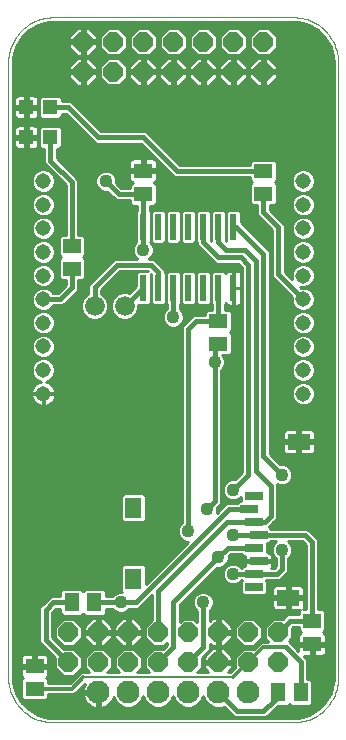
<source format=gtl>
G75*
G70*
%OFA0B0*%
%FSLAX24Y24*%
%IPPOS*%
%LPD*%
%AMOC8*
5,1,8,0,0,1.08239X$1,22.5*
%
%ADD10C,0.0000*%
%ADD11OC8,0.0640*%
%ADD12C,0.0516*%
%ADD13R,0.0748X0.0551*%
%ADD14R,0.0551X0.0709*%
%ADD15R,0.0591X0.0276*%
%ADD16R,0.0236X0.0866*%
%ADD17C,0.0660*%
%ADD18R,0.0630X0.0512*%
%ADD19R,0.0512X0.0630*%
%ADD20R,0.0500X0.0500*%
%ADD21C,0.0760*%
%ADD22C,0.0100*%
%ADD23C,0.0436*%
%ADD24C,0.0160*%
%ADD25C,0.0120*%
%ADD26C,0.0080*%
D10*
X000651Y002151D02*
X000651Y022651D01*
X000653Y022727D01*
X000659Y022803D01*
X000668Y022878D01*
X000682Y022953D01*
X000699Y023027D01*
X000720Y023100D01*
X000744Y023172D01*
X000773Y023243D01*
X000804Y023312D01*
X000839Y023379D01*
X000878Y023444D01*
X000920Y023508D01*
X000965Y023569D01*
X001013Y023628D01*
X001064Y023684D01*
X001118Y023738D01*
X001174Y023789D01*
X001233Y023837D01*
X001294Y023882D01*
X001358Y023924D01*
X001423Y023963D01*
X001490Y023998D01*
X001559Y024029D01*
X001630Y024058D01*
X001702Y024082D01*
X001775Y024103D01*
X001849Y024120D01*
X001924Y024134D01*
X001999Y024143D01*
X002075Y024149D01*
X002151Y024151D01*
X010151Y024151D01*
X010227Y024149D01*
X010303Y024143D01*
X010378Y024134D01*
X010453Y024120D01*
X010527Y024103D01*
X010600Y024082D01*
X010672Y024058D01*
X010743Y024029D01*
X010812Y023998D01*
X010879Y023963D01*
X010944Y023924D01*
X011008Y023882D01*
X011069Y023837D01*
X011128Y023789D01*
X011184Y023738D01*
X011238Y023684D01*
X011289Y023628D01*
X011337Y023569D01*
X011382Y023508D01*
X011424Y023444D01*
X011463Y023379D01*
X011498Y023312D01*
X011529Y023243D01*
X011558Y023172D01*
X011582Y023100D01*
X011603Y023027D01*
X011620Y022953D01*
X011634Y022878D01*
X011643Y022803D01*
X011649Y022727D01*
X011651Y022651D01*
X011651Y002151D01*
X011649Y002075D01*
X011643Y001999D01*
X011634Y001924D01*
X011620Y001849D01*
X011603Y001775D01*
X011582Y001702D01*
X011558Y001630D01*
X011529Y001559D01*
X011498Y001490D01*
X011463Y001423D01*
X011424Y001358D01*
X011382Y001294D01*
X011337Y001233D01*
X011289Y001174D01*
X011238Y001118D01*
X011184Y001064D01*
X011128Y001013D01*
X011069Y000965D01*
X011008Y000920D01*
X010944Y000878D01*
X010879Y000839D01*
X010812Y000804D01*
X010743Y000773D01*
X010672Y000744D01*
X010600Y000720D01*
X010527Y000699D01*
X010453Y000682D01*
X010378Y000668D01*
X010303Y000659D01*
X010227Y000653D01*
X010151Y000651D01*
X002151Y000651D01*
X002075Y000653D01*
X001999Y000659D01*
X001924Y000668D01*
X001849Y000682D01*
X001775Y000699D01*
X001702Y000720D01*
X001630Y000744D01*
X001559Y000773D01*
X001490Y000804D01*
X001423Y000839D01*
X001358Y000878D01*
X001294Y000920D01*
X001233Y000965D01*
X001174Y001013D01*
X001118Y001064D01*
X001064Y001118D01*
X001013Y001174D01*
X000965Y001233D01*
X000920Y001294D01*
X000878Y001358D01*
X000839Y001423D01*
X000804Y001490D01*
X000773Y001559D01*
X000744Y001630D01*
X000720Y001702D01*
X000699Y001775D01*
X000682Y001849D01*
X000668Y001924D01*
X000659Y001999D01*
X000653Y002075D01*
X000651Y002151D01*
D11*
X002651Y002651D03*
X002651Y003651D03*
X003651Y003651D03*
X003651Y002651D03*
X004651Y002651D03*
X004651Y003651D03*
X005651Y003651D03*
X005651Y002651D03*
X006651Y002651D03*
X006651Y003651D03*
X007651Y003651D03*
X007651Y002651D03*
X008651Y002651D03*
X008651Y003651D03*
X009651Y003651D03*
X009651Y002651D03*
X009151Y022331D03*
X009151Y023331D03*
X008151Y023331D03*
X008151Y022331D03*
X007151Y022331D03*
X007151Y023331D03*
X006151Y023331D03*
X006151Y022331D03*
X005151Y022331D03*
X005151Y023331D03*
X004151Y023331D03*
X004151Y022331D03*
X003151Y022331D03*
X003151Y023331D03*
D12*
X001820Y018694D03*
X001820Y017907D03*
X001820Y017120D03*
X001820Y016332D03*
X001820Y015545D03*
X001820Y014757D03*
X001820Y013970D03*
X001820Y013183D03*
X001820Y012395D03*
X001820Y011608D03*
X010482Y011608D03*
X010482Y012395D03*
X010482Y013183D03*
X010482Y013970D03*
X010482Y014757D03*
X010482Y015545D03*
X010482Y016332D03*
X010482Y017120D03*
X010482Y017907D03*
X010482Y018694D03*
D13*
X010336Y010006D03*
X009982Y004809D03*
D14*
X004824Y005439D03*
X004824Y007801D03*
D15*
X008683Y007761D03*
X008840Y007328D03*
X008998Y006895D03*
X008840Y006462D03*
X008998Y006029D03*
X008840Y005596D03*
X008840Y005163D03*
X008840Y008194D03*
D16*
X008151Y015128D03*
X007651Y015128D03*
X007151Y015128D03*
X006651Y015128D03*
X006151Y015128D03*
X005651Y015128D03*
X005151Y015128D03*
X005151Y017175D03*
X005651Y017175D03*
X006151Y017175D03*
X006651Y017175D03*
X007151Y017175D03*
X007651Y017175D03*
X008151Y017175D03*
D17*
X004526Y014526D03*
X003526Y014526D03*
D18*
X002776Y015777D03*
X002776Y016525D03*
X005151Y018257D03*
X005151Y019045D03*
X007651Y014025D03*
X007651Y013277D03*
X009151Y018277D03*
X009151Y019025D03*
X010776Y004045D03*
X010776Y003257D03*
X001526Y002525D03*
X001526Y001777D03*
D19*
X002777Y004651D03*
X003525Y004651D03*
X009652Y001651D03*
X010400Y001651D03*
D20*
X002051Y020151D03*
X002051Y021151D03*
X001251Y021151D03*
X001251Y020151D03*
D21*
X003651Y001651D03*
X004651Y001651D03*
X005651Y001651D03*
X006651Y001651D03*
X007651Y001651D03*
X008651Y001651D03*
D22*
X001081Y001728D02*
X000879Y001728D01*
X000904Y001635D02*
X000813Y001975D01*
X000801Y002151D01*
X000801Y022651D01*
X000813Y022827D01*
X000904Y023168D01*
X001080Y023473D01*
X001329Y023722D01*
X001635Y023898D01*
X001975Y023990D01*
X002151Y024001D01*
X010089Y024001D01*
X010151Y024001D01*
X010327Y023990D01*
X010668Y023898D01*
X010973Y023722D01*
X011222Y023473D01*
X011398Y023168D01*
X011490Y022827D01*
X011501Y022651D01*
X011501Y022589D01*
X011501Y002213D01*
X011501Y002151D01*
X011490Y001975D01*
X011398Y001635D01*
X011222Y001329D01*
X010973Y001080D01*
X010668Y000904D01*
X010327Y000813D01*
X010151Y000801D01*
X010100Y000801D01*
X010089Y000801D01*
X002151Y000801D01*
X001975Y000813D01*
X001635Y000904D01*
X001329Y001080D01*
X001080Y001329D01*
X000904Y001635D01*
X000907Y001629D02*
X001081Y001629D01*
X001081Y001531D02*
X000964Y001531D01*
X001021Y001432D02*
X001116Y001432D01*
X001081Y001467D02*
X001157Y001391D01*
X001895Y001391D01*
X001971Y001467D01*
X001971Y001587D01*
X002698Y001587D01*
X002856Y001587D01*
X003199Y001930D01*
X003198Y001929D01*
X003160Y001855D01*
X003134Y001775D01*
X003122Y001700D01*
X003602Y001700D01*
X003602Y001603D01*
X003122Y001603D01*
X003134Y001527D01*
X003160Y001448D01*
X003198Y001373D01*
X003247Y001306D01*
X003306Y001247D01*
X003373Y001198D01*
X003448Y001160D01*
X003527Y001134D01*
X003603Y001122D01*
X003603Y001602D01*
X003700Y001602D01*
X003700Y001122D01*
X003775Y001134D01*
X003855Y001160D01*
X003929Y001198D01*
X003996Y001247D01*
X004055Y001306D01*
X004104Y001373D01*
X004142Y001448D01*
X004160Y001503D01*
X004219Y001362D01*
X004362Y001219D01*
X004550Y001141D01*
X004753Y001141D01*
X004940Y001219D01*
X005084Y001362D01*
X005151Y001526D01*
X005219Y001362D01*
X005362Y001219D01*
X005550Y001141D01*
X005753Y001141D01*
X005940Y001219D01*
X006084Y001362D01*
X006151Y001526D01*
X006219Y001362D01*
X006362Y001219D01*
X006550Y001141D01*
X006753Y001141D01*
X006940Y001219D01*
X007084Y001362D01*
X007151Y001526D01*
X007219Y001362D01*
X007362Y001219D01*
X007550Y001141D01*
X007753Y001141D01*
X007831Y001174D01*
X008066Y000939D01*
X008189Y000816D01*
X009064Y000816D01*
X009238Y000816D01*
X009628Y001206D01*
X009962Y001206D01*
X010026Y001271D01*
X010090Y001206D01*
X010710Y001206D01*
X010786Y001282D01*
X010786Y002020D01*
X010710Y002096D01*
X010611Y002096D01*
X010611Y002738D01*
X010498Y002852D01*
X010726Y002852D01*
X010726Y003207D01*
X010826Y003207D01*
X010826Y002852D01*
X011111Y002852D01*
X011149Y002862D01*
X011183Y002882D01*
X011211Y002909D01*
X011231Y002944D01*
X011241Y002982D01*
X011241Y003208D01*
X010826Y003208D01*
X010826Y003307D01*
X011241Y003307D01*
X011241Y003533D01*
X011231Y003571D01*
X011211Y003605D01*
X011183Y003633D01*
X011149Y003653D01*
X011127Y003659D01*
X011145Y003659D01*
X011221Y003735D01*
X011221Y004355D01*
X011145Y004431D01*
X010986Y004431D01*
X010986Y006738D01*
X010863Y006861D01*
X010619Y007105D01*
X010445Y007105D01*
X009405Y007105D01*
X009347Y007163D01*
X009335Y007163D01*
X009488Y007316D01*
X009611Y007439D01*
X009611Y008593D01*
X009707Y008553D01*
X009845Y008553D01*
X009973Y008606D01*
X010071Y008704D01*
X010124Y008832D01*
X010124Y008970D01*
X010071Y009098D01*
X009973Y009196D01*
X009845Y009249D01*
X009725Y009249D01*
X009361Y009613D01*
X009361Y016363D01*
X009238Y016486D01*
X008399Y017325D01*
X008399Y017662D01*
X008323Y017738D01*
X007979Y017738D01*
X007903Y017662D01*
X007903Y016696D01*
X007899Y016700D01*
X007899Y017662D01*
X007823Y017738D01*
X007479Y017738D01*
X007403Y017662D01*
X007403Y016696D01*
X007399Y016700D01*
X007399Y017662D01*
X007323Y017738D01*
X006979Y017738D01*
X006903Y017662D01*
X006903Y016688D01*
X006941Y016650D01*
X006941Y016564D01*
X007064Y016441D01*
X007064Y016441D01*
X007441Y016064D01*
X007564Y015941D01*
X008314Y015941D01*
X008441Y015814D01*
X008441Y008988D01*
X008202Y008749D01*
X008082Y008749D01*
X007954Y008696D01*
X007856Y008598D01*
X007803Y008470D01*
X007803Y008332D01*
X007856Y008204D01*
X007954Y008106D01*
X008082Y008053D01*
X008220Y008053D01*
X008348Y008106D01*
X008415Y008173D01*
X008415Y008029D01*
X008334Y008029D01*
X008276Y007971D01*
X008098Y007971D01*
X007924Y007971D01*
X007599Y007646D01*
X007624Y007707D01*
X007624Y007827D01*
X007736Y007939D01*
X007736Y012369D01*
X007821Y012454D01*
X007874Y012582D01*
X007874Y012720D01*
X007821Y012848D01*
X007778Y012891D01*
X008020Y012891D01*
X008096Y012967D01*
X008096Y013587D01*
X008032Y013651D01*
X008096Y013715D01*
X008096Y014335D01*
X008020Y014411D01*
X007861Y014411D01*
X007861Y014603D01*
X007894Y014635D01*
X007913Y014602D01*
X007941Y014574D01*
X007975Y014555D01*
X008013Y014544D01*
X008142Y014544D01*
X008142Y015118D01*
X008160Y015118D01*
X008160Y014544D01*
X008289Y014544D01*
X008327Y014555D01*
X008361Y014574D01*
X008389Y014602D01*
X008409Y014637D01*
X008441Y014637D01*
X008409Y014637D02*
X008419Y014675D01*
X008419Y015118D01*
X008160Y015118D01*
X008160Y015137D01*
X008142Y015137D01*
X008142Y015711D01*
X008013Y015711D01*
X007975Y015700D01*
X007941Y015681D01*
X007913Y015653D01*
X007894Y015620D01*
X007823Y015691D01*
X007479Y015691D01*
X007403Y015614D01*
X007403Y014641D01*
X007441Y014603D01*
X007441Y014411D01*
X007282Y014411D01*
X007206Y014335D01*
X007206Y014235D01*
X006987Y014235D01*
X006813Y014235D01*
X006564Y013986D01*
X006441Y013863D01*
X006441Y007308D01*
X006356Y007223D01*
X006303Y007095D01*
X006303Y006957D01*
X006356Y006829D01*
X006454Y006731D01*
X006582Y006678D01*
X006631Y006678D01*
X005230Y005277D01*
X005230Y005847D01*
X005154Y005923D01*
X004495Y005923D01*
X004419Y005847D01*
X004419Y005030D01*
X004450Y004999D01*
X004332Y004999D01*
X004204Y004946D01*
X004119Y004861D01*
X003911Y004861D01*
X003911Y005020D01*
X003835Y005096D01*
X003215Y005096D01*
X003151Y005032D01*
X003087Y005096D01*
X002467Y005096D01*
X002391Y005020D01*
X002391Y004861D01*
X002238Y004861D01*
X002064Y004861D01*
X001814Y004611D01*
X001691Y004488D01*
X001691Y003488D01*
X001691Y003314D01*
X002201Y002804D01*
X002201Y002465D01*
X002465Y002201D01*
X002838Y002201D01*
X003101Y002465D01*
X003101Y002838D01*
X002838Y003101D01*
X002498Y003101D01*
X002111Y003488D01*
X002111Y004314D01*
X002238Y004441D01*
X002391Y004441D01*
X002391Y004282D01*
X002467Y004206D01*
X003087Y004206D01*
X003151Y004271D01*
X003215Y004206D01*
X003835Y004206D01*
X003911Y004282D01*
X003911Y004441D01*
X004119Y004441D01*
X004204Y004356D01*
X004332Y004303D01*
X004470Y004303D01*
X004598Y004356D01*
X004683Y004441D01*
X004988Y004441D01*
X005111Y004564D01*
X005441Y004894D01*
X005441Y004078D01*
X005201Y003838D01*
X005201Y003465D01*
X005465Y003201D01*
X005838Y003201D01*
X005941Y003305D01*
X005941Y003238D01*
X005804Y003101D01*
X005465Y003101D01*
X005201Y002838D01*
X005201Y002465D01*
X005345Y002321D01*
X004957Y002321D01*
X005101Y002465D01*
X005101Y002838D01*
X004838Y003101D01*
X004465Y003101D01*
X004201Y002838D01*
X004201Y002465D01*
X004345Y002321D01*
X003957Y002321D01*
X004101Y002465D01*
X004101Y002838D01*
X003838Y003101D01*
X003465Y003101D01*
X003201Y002838D01*
X003201Y002465D01*
X003345Y002321D01*
X003250Y002321D01*
X003230Y002341D01*
X003072Y002341D01*
X002698Y001967D01*
X001971Y001967D01*
X001971Y002087D01*
X001918Y002140D01*
X001933Y002149D01*
X001961Y002177D01*
X001981Y002211D01*
X001991Y002250D01*
X001991Y002475D01*
X001576Y002475D01*
X001576Y002575D01*
X001476Y002575D01*
X001476Y002475D01*
X001061Y002475D01*
X001061Y002250D01*
X001071Y002211D01*
X001091Y002177D01*
X001119Y002149D01*
X001135Y002140D01*
X001081Y002087D01*
X001081Y001467D01*
X001078Y001334D02*
X003227Y001334D01*
X003168Y001432D02*
X001936Y001432D01*
X001971Y001531D02*
X003134Y001531D01*
X003127Y001728D02*
X002997Y001728D01*
X003095Y001826D02*
X003151Y001826D01*
X003194Y001925D02*
X003196Y001925D01*
X002952Y002221D02*
X002857Y002221D01*
X002853Y002122D02*
X001936Y002122D01*
X001971Y002024D02*
X002755Y002024D01*
X002956Y002319D02*
X003050Y002319D01*
X003054Y002418D02*
X003248Y002418D01*
X003201Y002516D02*
X003101Y002516D01*
X003101Y002615D02*
X003201Y002615D01*
X003201Y002713D02*
X003101Y002713D01*
X003101Y002812D02*
X003201Y002812D01*
X003274Y002910D02*
X003028Y002910D01*
X002930Y003009D02*
X003373Y003009D01*
X003456Y003181D02*
X003601Y003181D01*
X003601Y003601D01*
X003701Y003601D01*
X003701Y003181D01*
X003846Y003181D01*
X004121Y003456D01*
X004121Y003601D01*
X003701Y003601D01*
X003701Y003701D01*
X004121Y003701D01*
X004121Y003846D01*
X003846Y004121D01*
X003701Y004121D01*
X003701Y003701D01*
X003601Y003701D01*
X003601Y003601D01*
X003181Y003601D01*
X003181Y003456D01*
X003456Y003181D01*
X003432Y003206D02*
X002842Y003206D01*
X002838Y003201D02*
X003101Y003465D01*
X003101Y003838D01*
X002838Y004101D01*
X002465Y004101D01*
X002201Y003838D01*
X002201Y003465D01*
X002465Y003201D01*
X002838Y003201D01*
X002941Y003305D02*
X003333Y003305D01*
X003235Y003403D02*
X003039Y003403D01*
X003101Y003502D02*
X003181Y003502D01*
X003181Y003600D02*
X003101Y003600D01*
X003101Y003699D02*
X003601Y003699D01*
X003601Y003701D02*
X003181Y003701D01*
X003181Y003846D01*
X003456Y004121D01*
X003601Y004121D01*
X003601Y003701D01*
X003601Y003797D02*
X003701Y003797D01*
X003701Y003699D02*
X004601Y003699D01*
X004601Y003701D02*
X004601Y003601D01*
X004701Y003601D01*
X004701Y003181D01*
X004846Y003181D01*
X005121Y003456D01*
X005121Y003601D01*
X004701Y003601D01*
X004701Y003701D01*
X005121Y003701D01*
X005121Y003846D01*
X004846Y004121D01*
X004701Y004121D01*
X004701Y003701D01*
X004601Y003701D01*
X004181Y003701D01*
X004181Y003846D01*
X004456Y004121D01*
X004601Y004121D01*
X004601Y003701D01*
X004601Y003797D02*
X004701Y003797D01*
X004701Y003699D02*
X005201Y003699D01*
X005201Y003797D02*
X005121Y003797D01*
X005071Y003896D02*
X005259Y003896D01*
X005358Y003994D02*
X004973Y003994D01*
X004874Y004093D02*
X005441Y004093D01*
X005441Y004191D02*
X002111Y004191D01*
X002111Y004093D02*
X002457Y004093D01*
X002358Y003994D02*
X002111Y003994D01*
X002111Y003896D02*
X002259Y003896D01*
X002201Y003797D02*
X002111Y003797D01*
X002111Y003699D02*
X002201Y003699D01*
X002201Y003600D02*
X002111Y003600D01*
X002111Y003502D02*
X002201Y003502D01*
X002196Y003403D02*
X002263Y003403D01*
X002295Y003305D02*
X002361Y003305D01*
X002393Y003206D02*
X002460Y003206D01*
X002492Y003107D02*
X005811Y003107D01*
X005842Y003206D02*
X005909Y003206D01*
X005941Y003305D02*
X005941Y003305D01*
X006361Y003997D02*
X006361Y004564D01*
X007600Y005803D01*
X007720Y005803D01*
X007848Y005856D01*
X007946Y005954D01*
X007999Y006082D01*
X007999Y006202D01*
X008049Y006252D01*
X008433Y006252D01*
X008491Y006194D01*
X008554Y006194D01*
X008552Y006187D01*
X008552Y006048D01*
X008978Y006048D01*
X008978Y006010D01*
X008552Y006010D01*
X008552Y005872D01*
X008554Y005864D01*
X008491Y005864D01*
X008433Y005806D01*
X008348Y005891D01*
X008220Y005944D01*
X008082Y005944D01*
X007954Y005891D01*
X007856Y005793D01*
X007803Y005665D01*
X007803Y005527D01*
X007856Y005399D01*
X007954Y005301D01*
X008082Y005248D01*
X008220Y005248D01*
X008348Y005301D01*
X008433Y005386D01*
X008440Y005379D01*
X008415Y005355D01*
X008415Y004971D01*
X008491Y004895D01*
X009189Y004895D01*
X009265Y004971D01*
X009265Y005355D01*
X009240Y005379D01*
X009247Y005386D01*
X009509Y005386D01*
X009683Y005386D01*
X009863Y005566D01*
X009986Y005689D01*
X009986Y006119D01*
X010071Y006204D01*
X010124Y006332D01*
X010124Y006470D01*
X010071Y006598D01*
X009984Y006685D01*
X010445Y006685D01*
X010566Y006564D01*
X010566Y004431D01*
X010466Y004431D01*
X010476Y004441D01*
X010496Y004475D01*
X010506Y004513D01*
X010506Y004759D01*
X010032Y004759D01*
X010032Y004859D01*
X009932Y004859D01*
X009932Y005234D01*
X009588Y005234D01*
X009550Y005224D01*
X009516Y005204D01*
X009488Y005176D01*
X009468Y005142D01*
X009458Y005104D01*
X009458Y004859D01*
X009932Y004859D01*
X009932Y004759D01*
X009458Y004759D01*
X009458Y004513D01*
X009468Y004475D01*
X009488Y004441D01*
X009516Y004413D01*
X009550Y004393D01*
X009588Y004383D01*
X009932Y004383D01*
X009932Y004759D01*
X010032Y004759D01*
X010032Y004383D01*
X010360Y004383D01*
X010331Y004355D01*
X010331Y004255D01*
X010132Y004255D01*
X009958Y004255D01*
X009804Y004101D01*
X009465Y004101D01*
X009201Y003838D01*
X009201Y003465D01*
X009325Y003341D01*
X009230Y003341D01*
X009072Y003341D01*
X008832Y003101D01*
X008465Y003101D01*
X008201Y002838D01*
X008201Y002470D01*
X008052Y002321D01*
X007986Y002321D01*
X008121Y002456D01*
X008121Y002601D01*
X007701Y002601D01*
X007701Y002701D01*
X007601Y002701D01*
X007601Y002601D01*
X007181Y002601D01*
X007181Y002456D01*
X007317Y002321D01*
X006957Y002321D01*
X007101Y002465D01*
X007101Y002804D01*
X007238Y002941D01*
X007361Y003064D01*
X007361Y003277D01*
X007456Y003181D01*
X007601Y003181D01*
X007601Y003601D01*
X007701Y003601D01*
X007701Y003181D01*
X007846Y003181D01*
X008121Y003456D01*
X008121Y003601D01*
X007701Y003601D01*
X007701Y003701D01*
X007601Y003701D01*
X007601Y004121D01*
X007456Y004121D01*
X007361Y004026D01*
X007361Y004369D01*
X007446Y004454D01*
X007499Y004582D01*
X007499Y004720D01*
X007446Y004848D01*
X007348Y004946D01*
X007220Y004999D01*
X007082Y004999D01*
X006954Y004946D01*
X006856Y004848D01*
X006803Y004720D01*
X006803Y004582D01*
X006856Y004454D01*
X006941Y004369D01*
X006941Y003997D01*
X006838Y004101D01*
X006465Y004101D01*
X006361Y003997D01*
X006361Y004093D02*
X006457Y004093D01*
X006361Y004191D02*
X006941Y004191D01*
X006941Y004093D02*
X006846Y004093D01*
X006941Y004290D02*
X006361Y004290D01*
X006361Y004389D02*
X006921Y004389D01*
X006842Y004487D02*
X006361Y004487D01*
X006383Y004586D02*
X006803Y004586D01*
X006803Y004684D02*
X006481Y004684D01*
X006580Y004783D02*
X006829Y004783D01*
X006889Y004881D02*
X006678Y004881D01*
X006777Y004980D02*
X007035Y004980D01*
X006875Y005078D02*
X008415Y005078D01*
X008415Y004980D02*
X007267Y004980D01*
X007413Y004881D02*
X009458Y004881D01*
X009458Y004980D02*
X009265Y004980D01*
X009265Y005078D02*
X009458Y005078D01*
X009488Y005177D02*
X009265Y005177D01*
X009265Y005275D02*
X010566Y005275D01*
X010566Y005177D02*
X010475Y005177D01*
X010476Y005176D02*
X010448Y005204D01*
X010414Y005224D01*
X010376Y005234D01*
X010032Y005234D01*
X010032Y004859D01*
X010506Y004859D01*
X010506Y005104D01*
X010496Y005142D01*
X010476Y005176D01*
X010506Y005078D02*
X010566Y005078D01*
X010566Y004980D02*
X010506Y004980D01*
X010506Y004881D02*
X010566Y004881D01*
X010566Y004783D02*
X010032Y004783D01*
X010032Y004881D02*
X009932Y004881D01*
X009932Y004783D02*
X007473Y004783D01*
X007499Y004684D02*
X009458Y004684D01*
X009458Y004586D02*
X007499Y004586D01*
X007460Y004487D02*
X009465Y004487D01*
X009568Y004389D02*
X007381Y004389D01*
X007361Y004290D02*
X010331Y004290D01*
X010499Y004487D02*
X010566Y004487D01*
X010566Y004586D02*
X010506Y004586D01*
X010506Y004684D02*
X010566Y004684D01*
X010566Y005374D02*
X009246Y005374D01*
X009417Y005806D02*
X009433Y005833D01*
X009443Y005872D01*
X009443Y006010D01*
X009017Y006010D01*
X009017Y006048D01*
X009443Y006048D01*
X009443Y006187D01*
X009433Y006225D01*
X009413Y006259D01*
X009385Y006287D01*
X009351Y006307D01*
X009313Y006317D01*
X009265Y006317D01*
X009265Y006627D01*
X009347Y006627D01*
X009405Y006685D01*
X009568Y006685D01*
X009481Y006598D01*
X009428Y006470D01*
X009428Y006332D01*
X009481Y006204D01*
X009566Y006119D01*
X009566Y005863D01*
X009509Y005806D01*
X009417Y005806D01*
X009442Y005867D02*
X009566Y005867D01*
X009566Y005965D02*
X009443Y005965D01*
X009443Y006064D02*
X009566Y006064D01*
X009523Y006162D02*
X009443Y006162D01*
X009457Y006261D02*
X009411Y006261D01*
X009428Y006359D02*
X009265Y006359D01*
X009265Y006458D02*
X009428Y006458D01*
X009464Y006556D02*
X009265Y006556D01*
X009374Y006655D02*
X009538Y006655D01*
X009362Y007148D02*
X011501Y007148D01*
X011501Y007246D02*
X009418Y007246D01*
X009517Y007345D02*
X011501Y007345D01*
X011501Y007443D02*
X009611Y007443D01*
X009611Y007542D02*
X011501Y007542D01*
X011501Y007640D02*
X009611Y007640D01*
X009611Y007739D02*
X011501Y007739D01*
X011501Y007838D02*
X009611Y007838D01*
X009611Y007936D02*
X011501Y007936D01*
X011501Y008035D02*
X009611Y008035D01*
X009611Y008133D02*
X011501Y008133D01*
X011501Y008232D02*
X009611Y008232D01*
X009611Y008330D02*
X011501Y008330D01*
X011501Y008429D02*
X009611Y008429D01*
X009611Y008527D02*
X011501Y008527D01*
X011501Y008626D02*
X009993Y008626D01*
X010080Y008724D02*
X011501Y008724D01*
X011501Y008823D02*
X010121Y008823D01*
X010124Y008922D02*
X011501Y008922D01*
X011501Y009020D02*
X010104Y009020D01*
X010051Y009119D02*
X011501Y009119D01*
X011501Y009217D02*
X009923Y009217D01*
X009942Y009580D02*
X009904Y009590D01*
X009870Y009610D01*
X009842Y009638D01*
X009822Y009672D01*
X009812Y009710D01*
X009361Y009710D01*
X009361Y009808D02*
X009812Y009808D01*
X009812Y009710D02*
X009812Y009956D01*
X010286Y009956D01*
X010286Y010055D01*
X009812Y010055D01*
X009812Y010301D01*
X009822Y010339D01*
X009842Y010373D01*
X009870Y010401D01*
X009904Y010421D01*
X009942Y010431D01*
X010286Y010431D01*
X010286Y010056D01*
X010386Y010056D01*
X010386Y010431D01*
X010730Y010431D01*
X010768Y010421D01*
X010802Y010401D01*
X010830Y010373D01*
X010850Y010339D01*
X010860Y010301D01*
X011501Y010301D01*
X011501Y010203D02*
X010860Y010203D01*
X010860Y010301D02*
X010860Y010055D01*
X010386Y010055D01*
X010386Y009956D01*
X010860Y009956D01*
X010860Y009710D01*
X011501Y009710D01*
X011501Y009808D02*
X010860Y009808D01*
X010860Y009710D02*
X010850Y009672D01*
X010830Y009638D01*
X010802Y009610D01*
X010768Y009590D01*
X010730Y009580D01*
X010386Y009580D01*
X010386Y009955D01*
X010286Y009955D01*
X010286Y009580D01*
X009942Y009580D01*
X009869Y009611D02*
X009363Y009611D01*
X009461Y009513D02*
X011501Y009513D01*
X011501Y009611D02*
X010804Y009611D01*
X010860Y009907D02*
X011501Y009907D01*
X011501Y010006D02*
X010386Y010006D01*
X010386Y010104D02*
X010286Y010104D01*
X010286Y010006D02*
X009361Y010006D01*
X009361Y010104D02*
X009812Y010104D01*
X009812Y010203D02*
X009361Y010203D01*
X009361Y010301D02*
X009812Y010301D01*
X009869Y010400D02*
X009361Y010400D01*
X009361Y010498D02*
X011501Y010498D01*
X011501Y010400D02*
X010804Y010400D01*
X010860Y010104D02*
X011501Y010104D01*
X011501Y010597D02*
X009361Y010597D01*
X009361Y010695D02*
X011501Y010695D01*
X011501Y010794D02*
X009361Y010794D01*
X009361Y010892D02*
X011501Y010892D01*
X011501Y010991D02*
X009361Y010991D01*
X009361Y011089D02*
X011501Y011089D01*
X011501Y011188D02*
X009361Y011188D01*
X009361Y011287D02*
X010255Y011287D01*
X010262Y011279D02*
X010405Y011220D01*
X010559Y011220D01*
X010702Y011279D01*
X010811Y011388D01*
X010870Y011531D01*
X010870Y011685D01*
X010811Y011828D01*
X010702Y011937D01*
X010559Y011996D01*
X010405Y011996D01*
X010262Y011937D01*
X010153Y011828D01*
X010094Y011685D01*
X010094Y011531D01*
X010153Y011388D01*
X010262Y011279D01*
X010156Y011385D02*
X009361Y011385D01*
X009361Y011484D02*
X010114Y011484D01*
X010094Y011582D02*
X009361Y011582D01*
X009361Y011681D02*
X010094Y011681D01*
X010133Y011779D02*
X009361Y011779D01*
X009361Y011878D02*
X010203Y011878D01*
X010358Y011976D02*
X009361Y011976D01*
X009361Y012075D02*
X010254Y012075D01*
X010262Y012066D02*
X010405Y012007D01*
X010559Y012007D01*
X010702Y012066D01*
X010811Y012176D01*
X010870Y012318D01*
X010870Y012472D01*
X010811Y012615D01*
X010702Y012724D01*
X010559Y012783D01*
X010405Y012783D01*
X010262Y012724D01*
X010153Y012615D01*
X010094Y012472D01*
X010094Y012318D01*
X010153Y012176D01*
X010262Y012066D01*
X010155Y012173D02*
X009361Y012173D01*
X009361Y012272D02*
X010113Y012272D01*
X010094Y012371D02*
X009361Y012371D01*
X009361Y012469D02*
X010094Y012469D01*
X010134Y012568D02*
X009361Y012568D01*
X009361Y012666D02*
X010204Y012666D01*
X010361Y012765D02*
X009361Y012765D01*
X009361Y012863D02*
X010253Y012863D01*
X010262Y012854D02*
X010405Y012795D01*
X010559Y012795D01*
X010702Y012854D01*
X010811Y012963D01*
X010870Y013106D01*
X010870Y013260D01*
X010811Y013402D01*
X010702Y013511D01*
X010559Y013570D01*
X010405Y013570D01*
X010262Y013511D01*
X010153Y013402D01*
X010094Y013260D01*
X010094Y013106D01*
X010153Y012963D01*
X010262Y012854D01*
X010154Y012962D02*
X009361Y012962D01*
X009361Y013060D02*
X010113Y013060D01*
X010094Y013159D02*
X009361Y013159D01*
X009361Y013257D02*
X010094Y013257D01*
X010134Y013356D02*
X009361Y013356D01*
X009361Y013455D02*
X010205Y013455D01*
X010363Y013553D02*
X009361Y013553D01*
X009361Y013652D02*
X010252Y013652D01*
X010262Y013641D02*
X010405Y013582D01*
X010559Y013582D01*
X010702Y013641D01*
X010811Y013750D01*
X010870Y013893D01*
X010870Y014047D01*
X010811Y014190D01*
X010702Y014299D01*
X010559Y014358D01*
X010405Y014358D01*
X010262Y014299D01*
X010153Y014190D01*
X010094Y014047D01*
X010094Y013893D01*
X010153Y013750D01*
X009361Y013750D01*
X009361Y013849D02*
X010112Y013849D01*
X010094Y013947D02*
X009361Y013947D01*
X009361Y014046D02*
X010094Y014046D01*
X010134Y014144D02*
X009361Y014144D01*
X009361Y014243D02*
X010206Y014243D01*
X010365Y014341D02*
X009361Y014341D01*
X009361Y014440D02*
X010251Y014440D01*
X010262Y014429D02*
X010405Y014370D01*
X010559Y014370D01*
X010702Y014429D01*
X010811Y014538D01*
X010870Y014680D01*
X010870Y014835D01*
X010811Y014977D01*
X010702Y015086D01*
X010559Y015145D01*
X010405Y015145D01*
X010395Y015141D01*
X010361Y015175D01*
X010405Y015157D01*
X010559Y015157D01*
X010702Y015216D01*
X010811Y015325D01*
X010870Y015468D01*
X010870Y015622D01*
X010811Y015765D01*
X010702Y015874D01*
X010559Y015933D01*
X010405Y015933D01*
X010262Y015874D01*
X010153Y015765D01*
X010094Y015622D01*
X010094Y015468D01*
X010112Y015424D01*
X009861Y015675D01*
X009861Y017238D01*
X009738Y017361D01*
X009361Y017738D01*
X009361Y017891D01*
X009520Y017891D01*
X009596Y017967D01*
X009596Y018587D01*
X009532Y018651D01*
X009596Y018715D01*
X009596Y019335D01*
X009520Y019411D01*
X008782Y019411D01*
X008706Y019335D01*
X008706Y019235D01*
X006364Y019235D01*
X005361Y020238D01*
X005238Y020361D01*
X003738Y020361D01*
X002738Y021361D01*
X002564Y021361D01*
X002431Y021361D01*
X002431Y021455D01*
X002355Y021531D01*
X001747Y021531D01*
X001671Y021455D01*
X001671Y020847D01*
X001747Y020771D01*
X002355Y020771D01*
X002431Y020847D01*
X002431Y020941D01*
X002564Y020941D01*
X003441Y020064D01*
X003564Y019941D01*
X005064Y019941D01*
X006190Y018815D01*
X006364Y018815D01*
X008706Y018815D01*
X008706Y018715D01*
X008771Y018651D01*
X008706Y018587D01*
X008706Y017967D01*
X008782Y017891D01*
X008941Y017891D01*
X008941Y017738D01*
X008941Y017564D01*
X009441Y017064D01*
X009441Y015675D01*
X009441Y015501D01*
X010098Y014844D01*
X010094Y014835D01*
X010094Y014680D01*
X010153Y014538D01*
X010262Y014429D01*
X010153Y014539D02*
X009361Y014539D01*
X009361Y014637D02*
X010112Y014637D01*
X010094Y014736D02*
X009361Y014736D01*
X009361Y014834D02*
X010094Y014834D01*
X010010Y014933D02*
X009361Y014933D01*
X009361Y015031D02*
X009911Y015031D01*
X009813Y015130D02*
X009361Y015130D01*
X009361Y015228D02*
X009714Y015228D01*
X009616Y015327D02*
X009361Y015327D01*
X009361Y015425D02*
X009517Y015425D01*
X009441Y015524D02*
X009361Y015524D01*
X009361Y015622D02*
X009441Y015622D01*
X009441Y015721D02*
X009361Y015721D01*
X009361Y015820D02*
X009441Y015820D01*
X009441Y015918D02*
X009361Y015918D01*
X009361Y016017D02*
X009441Y016017D01*
X009441Y016115D02*
X009361Y016115D01*
X009361Y016214D02*
X009441Y016214D01*
X009441Y016312D02*
X009361Y016312D01*
X009313Y016411D02*
X009441Y016411D01*
X009441Y016509D02*
X009215Y016509D01*
X009116Y016608D02*
X009441Y016608D01*
X009441Y016706D02*
X009018Y016706D01*
X008919Y016805D02*
X009441Y016805D01*
X009441Y016904D02*
X008821Y016904D01*
X008722Y017002D02*
X009441Y017002D01*
X009405Y017101D02*
X008624Y017101D01*
X008525Y017199D02*
X009306Y017199D01*
X009208Y017298D02*
X008427Y017298D01*
X008399Y017396D02*
X009109Y017396D01*
X009011Y017495D02*
X008399Y017495D01*
X008399Y017593D02*
X008941Y017593D01*
X008941Y017692D02*
X008369Y017692D01*
X007933Y017692D02*
X007869Y017692D01*
X007899Y017593D02*
X007903Y017593D01*
X007899Y017495D02*
X007903Y017495D01*
X007899Y017396D02*
X007903Y017396D01*
X007899Y017298D02*
X007903Y017298D01*
X007899Y017199D02*
X007903Y017199D01*
X007899Y017101D02*
X007903Y017101D01*
X007899Y017002D02*
X007903Y017002D01*
X007899Y016904D02*
X007903Y016904D01*
X007899Y016805D02*
X007903Y016805D01*
X007899Y016706D02*
X007903Y016706D01*
X007489Y016017D02*
X005583Y016017D01*
X005611Y015988D02*
X005488Y016111D01*
X005353Y016111D01*
X005446Y016204D01*
X005499Y016332D01*
X005499Y016470D01*
X005446Y016598D01*
X005378Y016667D01*
X005399Y016688D01*
X005399Y017662D01*
X005361Y017700D01*
X005361Y017872D01*
X005520Y017872D01*
X005596Y017948D01*
X005596Y018567D01*
X005520Y018643D01*
X005502Y018643D01*
X005524Y018649D01*
X005558Y018669D01*
X005586Y018697D01*
X005606Y018731D01*
X005616Y018769D01*
X005616Y018995D01*
X005201Y018995D01*
X005201Y019095D01*
X005101Y019095D01*
X005101Y018995D01*
X004686Y018995D01*
X004686Y018769D01*
X004696Y018731D01*
X004716Y018697D01*
X004744Y018669D01*
X004778Y018649D01*
X004800Y018643D01*
X004782Y018643D01*
X004706Y018567D01*
X004706Y018467D01*
X004425Y018467D01*
X004249Y018643D01*
X004249Y018764D01*
X004196Y018892D01*
X004098Y018990D01*
X003970Y019043D01*
X003832Y019043D01*
X003704Y018990D01*
X003606Y018892D01*
X003553Y018764D01*
X003553Y018625D01*
X003606Y018497D01*
X003704Y018399D01*
X003832Y018346D01*
X003952Y018346D01*
X004128Y018171D01*
X004128Y018170D02*
X004251Y018047D01*
X004706Y018047D01*
X004706Y017948D01*
X004782Y017872D01*
X004941Y017872D01*
X004941Y017700D01*
X004903Y017662D01*
X004903Y016688D01*
X004924Y016667D01*
X004856Y016598D01*
X004803Y016470D01*
X004803Y016332D01*
X004856Y016204D01*
X004949Y016111D01*
X004363Y016111D01*
X004189Y016111D01*
X003439Y015361D01*
X003316Y015238D01*
X003316Y014937D01*
X003266Y014916D01*
X003136Y014787D01*
X003066Y014618D01*
X003066Y014435D01*
X003136Y014266D01*
X003266Y014136D01*
X003435Y014066D01*
X003618Y014066D01*
X003787Y014136D01*
X003916Y014266D01*
X003986Y014435D01*
X003986Y014618D01*
X003916Y014787D01*
X003787Y014916D01*
X003736Y014937D01*
X003736Y015064D01*
X004363Y015691D01*
X005314Y015691D01*
X005315Y015691D01*
X004979Y015691D01*
X004903Y015614D01*
X004903Y015200D01*
X004668Y014965D01*
X004618Y014986D01*
X004435Y014986D01*
X004266Y014916D01*
X004136Y014787D01*
X004066Y014618D01*
X004066Y014435D01*
X004136Y014266D01*
X004266Y014136D01*
X004435Y014066D01*
X004618Y014066D01*
X004787Y014136D01*
X004916Y014266D01*
X004986Y014435D01*
X004986Y014564D01*
X005323Y014564D01*
X005399Y014641D01*
X005399Y015606D01*
X005403Y015602D01*
X005403Y014641D01*
X005479Y014564D01*
X005823Y014564D01*
X005899Y014641D01*
X005899Y015614D01*
X005861Y015653D01*
X005861Y015738D01*
X005611Y015988D01*
X005681Y015918D02*
X008337Y015918D01*
X008436Y015820D02*
X005780Y015820D01*
X005861Y015721D02*
X008441Y015721D01*
X008389Y015653D02*
X008361Y015681D01*
X008327Y015700D01*
X008289Y015711D01*
X008160Y015711D01*
X008160Y015137D01*
X008419Y015137D01*
X008419Y015580D01*
X008409Y015619D01*
X008389Y015653D01*
X008407Y015622D02*
X008441Y015622D01*
X008441Y015524D02*
X008419Y015524D01*
X008419Y015425D02*
X008441Y015425D01*
X008441Y015327D02*
X008419Y015327D01*
X008419Y015228D02*
X008441Y015228D01*
X008441Y015130D02*
X008160Y015130D01*
X008160Y015228D02*
X008142Y015228D01*
X008142Y015327D02*
X008160Y015327D01*
X008160Y015425D02*
X008142Y015425D01*
X008142Y015524D02*
X008160Y015524D01*
X008160Y015622D02*
X008142Y015622D01*
X007896Y015622D02*
X007891Y015622D01*
X008142Y015031D02*
X008160Y015031D01*
X008160Y014933D02*
X008142Y014933D01*
X008142Y014834D02*
X008160Y014834D01*
X008160Y014736D02*
X008142Y014736D01*
X008142Y014637D02*
X008160Y014637D01*
X008419Y014736D02*
X008441Y014736D01*
X008441Y014834D02*
X008419Y014834D01*
X008419Y014933D02*
X008441Y014933D01*
X008441Y015031D02*
X008419Y015031D01*
X008441Y014539D02*
X007861Y014539D01*
X007861Y014440D02*
X008441Y014440D01*
X008441Y014341D02*
X008090Y014341D01*
X008096Y014243D02*
X008441Y014243D01*
X008441Y014144D02*
X008096Y014144D01*
X008096Y014046D02*
X008441Y014046D01*
X008441Y013947D02*
X008096Y013947D01*
X008096Y013849D02*
X008441Y013849D01*
X008441Y013750D02*
X008096Y013750D01*
X008032Y013652D02*
X008441Y013652D01*
X008441Y013553D02*
X008096Y013553D01*
X008096Y013455D02*
X008441Y013455D01*
X008441Y013356D02*
X008096Y013356D01*
X008096Y013257D02*
X008441Y013257D01*
X008441Y013159D02*
X008096Y013159D01*
X008096Y013060D02*
X008441Y013060D01*
X008441Y012962D02*
X008091Y012962D01*
X007874Y012666D02*
X008441Y012666D01*
X008441Y012568D02*
X007868Y012568D01*
X007828Y012469D02*
X008441Y012469D01*
X008441Y012371D02*
X007738Y012371D01*
X007736Y012272D02*
X008441Y012272D01*
X008441Y012173D02*
X007736Y012173D01*
X007736Y012075D02*
X008441Y012075D01*
X008441Y011976D02*
X007736Y011976D01*
X007736Y011878D02*
X008441Y011878D01*
X008441Y011779D02*
X007736Y011779D01*
X007736Y011681D02*
X008441Y011681D01*
X008441Y011582D02*
X007736Y011582D01*
X007736Y011484D02*
X008441Y011484D01*
X008441Y011385D02*
X007736Y011385D01*
X007736Y011287D02*
X008441Y011287D01*
X008441Y011188D02*
X007736Y011188D01*
X007736Y011089D02*
X008441Y011089D01*
X008441Y010991D02*
X007736Y010991D01*
X007736Y010892D02*
X008441Y010892D01*
X008441Y010794D02*
X007736Y010794D01*
X007736Y010695D02*
X008441Y010695D01*
X008441Y010597D02*
X007736Y010597D01*
X007736Y010498D02*
X008441Y010498D01*
X008441Y010400D02*
X007736Y010400D01*
X007736Y010301D02*
X008441Y010301D01*
X008441Y010203D02*
X007736Y010203D01*
X007736Y010104D02*
X008441Y010104D01*
X008441Y010006D02*
X007736Y010006D01*
X007736Y009907D02*
X008441Y009907D01*
X008441Y009808D02*
X007736Y009808D01*
X007736Y009710D02*
X008441Y009710D01*
X008441Y009611D02*
X007736Y009611D01*
X007736Y009513D02*
X008441Y009513D01*
X008441Y009414D02*
X007736Y009414D01*
X007736Y009316D02*
X008441Y009316D01*
X008441Y009217D02*
X007736Y009217D01*
X007736Y009119D02*
X008441Y009119D01*
X008441Y009020D02*
X007736Y009020D01*
X007736Y008922D02*
X008375Y008922D01*
X008276Y008823D02*
X007736Y008823D01*
X007736Y008724D02*
X008022Y008724D01*
X007884Y008626D02*
X007736Y008626D01*
X007736Y008527D02*
X007827Y008527D01*
X007803Y008429D02*
X007736Y008429D01*
X007736Y008330D02*
X007804Y008330D01*
X007845Y008232D02*
X007736Y008232D01*
X007736Y008133D02*
X007927Y008133D01*
X007889Y007936D02*
X007733Y007936D01*
X007736Y008035D02*
X008415Y008035D01*
X008415Y008133D02*
X008375Y008133D01*
X007791Y007838D02*
X007635Y007838D01*
X007624Y007739D02*
X007692Y007739D01*
X007999Y006162D02*
X008552Y006162D01*
X008552Y006064D02*
X007992Y006064D01*
X007951Y005965D02*
X008552Y005965D01*
X008554Y005867D02*
X008373Y005867D01*
X008421Y005374D02*
X008434Y005374D01*
X008415Y005275D02*
X008287Y005275D01*
X008415Y005177D02*
X006974Y005177D01*
X007072Y005275D02*
X008016Y005275D01*
X007881Y005374D02*
X007171Y005374D01*
X007269Y005473D02*
X007826Y005473D01*
X007803Y005571D02*
X007368Y005571D01*
X007467Y005670D02*
X007805Y005670D01*
X007846Y005768D02*
X007565Y005768D01*
X007859Y005867D02*
X007930Y005867D01*
X007846Y004121D02*
X007701Y004121D01*
X007701Y003701D01*
X008121Y003701D01*
X008121Y003846D01*
X007846Y004121D01*
X007874Y004093D02*
X008457Y004093D01*
X008465Y004101D02*
X008201Y003838D01*
X008201Y003465D01*
X008465Y003201D01*
X008838Y003201D01*
X009101Y003465D01*
X009101Y003838D01*
X008838Y004101D01*
X008465Y004101D01*
X008358Y003994D02*
X007973Y003994D01*
X008071Y003896D02*
X008259Y003896D01*
X008201Y003797D02*
X008121Y003797D01*
X008201Y003699D02*
X007701Y003699D01*
X007701Y003797D02*
X007601Y003797D01*
X007601Y003896D02*
X007701Y003896D01*
X007701Y003994D02*
X007601Y003994D01*
X007601Y004093D02*
X007701Y004093D01*
X007428Y004093D02*
X007361Y004093D01*
X007361Y004191D02*
X009895Y004191D01*
X009932Y004389D02*
X010032Y004389D01*
X010032Y004487D02*
X009932Y004487D01*
X009932Y004586D02*
X010032Y004586D01*
X010032Y004684D02*
X009932Y004684D01*
X009932Y004980D02*
X010032Y004980D01*
X010032Y005078D02*
X009932Y005078D01*
X009932Y005177D02*
X010032Y005177D01*
X009769Y005473D02*
X010566Y005473D01*
X010566Y005571D02*
X009868Y005571D01*
X009967Y005670D02*
X010566Y005670D01*
X010566Y005768D02*
X009986Y005768D01*
X009986Y005867D02*
X010566Y005867D01*
X010566Y005965D02*
X009986Y005965D01*
X009986Y006064D02*
X010566Y006064D01*
X010566Y006162D02*
X010030Y006162D01*
X010095Y006261D02*
X010566Y006261D01*
X010566Y006359D02*
X010124Y006359D01*
X010124Y006458D02*
X010566Y006458D01*
X010566Y006556D02*
X010089Y006556D01*
X010015Y006655D02*
X010475Y006655D01*
X010774Y006951D02*
X011501Y006951D01*
X011501Y007049D02*
X010675Y007049D01*
X010872Y006852D02*
X011501Y006852D01*
X011501Y006754D02*
X010971Y006754D01*
X010986Y006655D02*
X011501Y006655D01*
X011501Y006556D02*
X010986Y006556D01*
X010986Y006458D02*
X011501Y006458D01*
X011501Y006359D02*
X010986Y006359D01*
X010986Y006261D02*
X011501Y006261D01*
X011501Y006162D02*
X010986Y006162D01*
X010986Y006064D02*
X011501Y006064D01*
X011501Y005965D02*
X010986Y005965D01*
X010986Y005867D02*
X011501Y005867D01*
X011501Y005768D02*
X010986Y005768D01*
X010986Y005670D02*
X011501Y005670D01*
X011501Y005571D02*
X010986Y005571D01*
X010986Y005473D02*
X011501Y005473D01*
X011501Y005374D02*
X010986Y005374D01*
X010986Y005275D02*
X011501Y005275D01*
X011501Y005177D02*
X010986Y005177D01*
X010986Y005078D02*
X011501Y005078D01*
X011501Y004980D02*
X010986Y004980D01*
X010986Y004881D02*
X011501Y004881D01*
X011501Y004783D02*
X010986Y004783D01*
X010986Y004684D02*
X011501Y004684D01*
X011501Y004586D02*
X010986Y004586D01*
X010986Y004487D02*
X011501Y004487D01*
X011501Y004389D02*
X011187Y004389D01*
X011221Y004290D02*
X011501Y004290D01*
X011501Y004191D02*
X011221Y004191D01*
X011221Y004093D02*
X011501Y004093D01*
X011501Y003994D02*
X011221Y003994D01*
X011221Y003896D02*
X011501Y003896D01*
X011501Y003797D02*
X011221Y003797D01*
X011185Y003699D02*
X011501Y003699D01*
X011501Y003600D02*
X011214Y003600D01*
X011241Y003502D02*
X011501Y003502D01*
X011501Y003403D02*
X011241Y003403D01*
X011241Y003206D02*
X011501Y003206D01*
X011501Y003107D02*
X011241Y003107D01*
X011241Y003009D02*
X011501Y003009D01*
X011501Y002910D02*
X011212Y002910D01*
X011501Y002812D02*
X010537Y002812D01*
X010611Y002713D02*
X011501Y002713D01*
X011501Y002615D02*
X010611Y002615D01*
X010611Y002516D02*
X011501Y002516D01*
X011501Y002418D02*
X010611Y002418D01*
X010611Y002319D02*
X011501Y002319D01*
X011501Y002221D02*
X010611Y002221D01*
X010611Y002122D02*
X011499Y002122D01*
X011493Y002024D02*
X010783Y002024D01*
X010786Y001925D02*
X011476Y001925D01*
X011450Y001826D02*
X010786Y001826D01*
X010786Y001728D02*
X011424Y001728D01*
X011398Y001635D02*
X011398Y001635D01*
X011395Y001629D02*
X010786Y001629D01*
X010786Y001531D02*
X011339Y001531D01*
X011282Y001432D02*
X010786Y001432D01*
X010786Y001334D02*
X011225Y001334D01*
X011128Y001235D02*
X010739Y001235D01*
X010900Y001038D02*
X009460Y001038D01*
X009361Y000940D02*
X010730Y000940D01*
X011029Y001137D02*
X009559Y001137D01*
X009263Y000841D02*
X010433Y000841D01*
X010061Y001235D02*
X009991Y001235D01*
X010726Y002910D02*
X010826Y002910D01*
X010826Y003009D02*
X010726Y003009D01*
X010726Y003107D02*
X010826Y003107D01*
X010826Y003206D02*
X010726Y003206D01*
X010726Y003208D02*
X010311Y003208D01*
X010311Y003038D01*
X009993Y003356D01*
X010101Y003465D01*
X010101Y003804D01*
X010132Y003835D01*
X010331Y003835D01*
X010331Y003735D01*
X010407Y003659D01*
X010425Y003659D01*
X010403Y003653D01*
X010369Y003633D01*
X010341Y003605D01*
X010321Y003571D01*
X010311Y003533D01*
X010311Y003307D01*
X010726Y003307D01*
X010726Y003208D01*
X010726Y003305D02*
X010045Y003305D01*
X010039Y003403D02*
X010311Y003403D01*
X010311Y003502D02*
X010101Y003502D01*
X010101Y003600D02*
X010338Y003600D01*
X010368Y003699D02*
X010101Y003699D01*
X010101Y003797D02*
X010331Y003797D01*
X010311Y003206D02*
X010143Y003206D01*
X010242Y003107D02*
X010311Y003107D01*
X010826Y003305D02*
X011501Y003305D01*
X009457Y004093D02*
X008846Y004093D01*
X008944Y003994D02*
X009358Y003994D01*
X009259Y003896D02*
X009043Y003896D01*
X009101Y003797D02*
X009201Y003797D01*
X009201Y003699D02*
X009101Y003699D01*
X009101Y003600D02*
X009201Y003600D01*
X009201Y003502D02*
X009101Y003502D01*
X009039Y003403D02*
X009263Y003403D01*
X009036Y003305D02*
X008941Y003305D01*
X008937Y003206D02*
X008842Y003206D01*
X008839Y003107D02*
X007859Y003107D01*
X007846Y003121D02*
X007701Y003121D01*
X007701Y002701D01*
X008121Y002701D01*
X008121Y002846D01*
X007846Y003121D01*
X007871Y003206D02*
X008460Y003206D01*
X008361Y003305D02*
X007969Y003305D01*
X008068Y003403D02*
X008263Y003403D01*
X008201Y003502D02*
X008121Y003502D01*
X008121Y003600D02*
X008201Y003600D01*
X008373Y003009D02*
X007958Y003009D01*
X008057Y002910D02*
X008274Y002910D01*
X008201Y002812D02*
X008121Y002812D01*
X008121Y002713D02*
X008201Y002713D01*
X008201Y002615D02*
X007701Y002615D01*
X007701Y002713D02*
X007601Y002713D01*
X007601Y002701D02*
X007601Y003121D01*
X007456Y003121D01*
X007181Y002846D01*
X007181Y002701D01*
X007601Y002701D01*
X007601Y002615D02*
X007101Y002615D01*
X007101Y002713D02*
X007181Y002713D01*
X007181Y002812D02*
X007109Y002812D01*
X007207Y002910D02*
X007246Y002910D01*
X007306Y003009D02*
X007344Y003009D01*
X007361Y003107D02*
X007443Y003107D01*
X007432Y003206D02*
X007361Y003206D01*
X007601Y003206D02*
X007701Y003206D01*
X007701Y003107D02*
X007601Y003107D01*
X007601Y003009D02*
X007701Y003009D01*
X007701Y002910D02*
X007601Y002910D01*
X007601Y002812D02*
X007701Y002812D01*
X007701Y003305D02*
X007601Y003305D01*
X007601Y003403D02*
X007701Y003403D01*
X007701Y003502D02*
X007601Y003502D01*
X007601Y003600D02*
X007701Y003600D01*
X008121Y002516D02*
X008201Y002516D01*
X008149Y002418D02*
X008082Y002418D01*
X007869Y001137D02*
X003783Y001137D01*
X003700Y001137D02*
X003603Y001137D01*
X003520Y001137D02*
X001273Y001137D01*
X001174Y001235D02*
X003322Y001235D01*
X003603Y001235D02*
X003700Y001235D01*
X003700Y001334D02*
X003603Y001334D01*
X003603Y001432D02*
X003700Y001432D01*
X003700Y001531D02*
X003603Y001531D01*
X003602Y001629D02*
X002898Y001629D01*
X002445Y002221D02*
X001983Y002221D01*
X001991Y002319D02*
X002347Y002319D01*
X002248Y002418D02*
X001991Y002418D01*
X001991Y002575D02*
X001991Y002801D01*
X001981Y002839D01*
X001961Y002873D01*
X001933Y002901D01*
X001899Y002921D01*
X001861Y002931D01*
X001576Y002931D01*
X001576Y002575D01*
X001991Y002575D01*
X001991Y002615D02*
X002201Y002615D01*
X002201Y002713D02*
X001991Y002713D01*
X001988Y002812D02*
X002194Y002812D01*
X002095Y002910D02*
X001917Y002910D01*
X001996Y003009D02*
X000801Y003009D01*
X000801Y003107D02*
X001898Y003107D01*
X001799Y003206D02*
X000801Y003206D01*
X000801Y003305D02*
X001701Y003305D01*
X001691Y003403D02*
X000801Y003403D01*
X000801Y003502D02*
X001691Y003502D01*
X001691Y003600D02*
X000801Y003600D01*
X000801Y003699D02*
X001691Y003699D01*
X001691Y003797D02*
X000801Y003797D01*
X000801Y003896D02*
X001691Y003896D01*
X001691Y003994D02*
X000801Y003994D01*
X000801Y004093D02*
X001691Y004093D01*
X001691Y004191D02*
X000801Y004191D01*
X000801Y004290D02*
X001691Y004290D01*
X001691Y004389D02*
X000801Y004389D01*
X000801Y004487D02*
X001691Y004487D01*
X001789Y004586D02*
X000801Y004586D01*
X000801Y004684D02*
X001887Y004684D01*
X001986Y004783D02*
X000801Y004783D01*
X000801Y004881D02*
X002391Y004881D01*
X002391Y004980D02*
X000801Y004980D01*
X000801Y005078D02*
X002450Y005078D01*
X002391Y004389D02*
X002186Y004389D01*
X002111Y004290D02*
X002391Y004290D01*
X002846Y004093D02*
X003428Y004093D01*
X003330Y003994D02*
X002944Y003994D01*
X003043Y003896D02*
X003231Y003896D01*
X003181Y003797D02*
X003101Y003797D01*
X003601Y003896D02*
X003701Y003896D01*
X003701Y003994D02*
X003601Y003994D01*
X003601Y004093D02*
X003701Y004093D01*
X003874Y004093D02*
X004428Y004093D01*
X004330Y003994D02*
X003973Y003994D01*
X004071Y003896D02*
X004231Y003896D01*
X004181Y003797D02*
X004121Y003797D01*
X004121Y003600D02*
X004181Y003600D01*
X004181Y003601D02*
X004181Y003456D01*
X004456Y003181D01*
X004601Y003181D01*
X004601Y003601D01*
X004181Y003601D01*
X004181Y003502D02*
X004121Y003502D01*
X004068Y003403D02*
X004235Y003403D01*
X004333Y003305D02*
X003969Y003305D01*
X003871Y003206D02*
X004432Y003206D01*
X004601Y003206D02*
X004701Y003206D01*
X004701Y003305D02*
X004601Y003305D01*
X004601Y003403D02*
X004701Y003403D01*
X004701Y003502D02*
X004601Y003502D01*
X004601Y003600D02*
X004701Y003600D01*
X004701Y003896D02*
X004601Y003896D01*
X004601Y003994D02*
X004701Y003994D01*
X004701Y004093D02*
X004601Y004093D01*
X004631Y004389D02*
X005441Y004389D01*
X005441Y004487D02*
X005034Y004487D01*
X005133Y004586D02*
X005441Y004586D01*
X005441Y004684D02*
X005231Y004684D01*
X005330Y004783D02*
X005441Y004783D01*
X005428Y004881D02*
X005441Y004881D01*
X005327Y005374D02*
X005230Y005374D01*
X005230Y005473D02*
X005426Y005473D01*
X005524Y005571D02*
X005230Y005571D01*
X005230Y005670D02*
X005623Y005670D01*
X005721Y005768D02*
X005230Y005768D01*
X005210Y005867D02*
X005820Y005867D01*
X005918Y005965D02*
X000801Y005965D01*
X000801Y005867D02*
X004439Y005867D01*
X004419Y005768D02*
X000801Y005768D01*
X000801Y005670D02*
X004419Y005670D01*
X004419Y005571D02*
X000801Y005571D01*
X000801Y005473D02*
X004419Y005473D01*
X004419Y005374D02*
X000801Y005374D01*
X000801Y005275D02*
X004419Y005275D01*
X004419Y005177D02*
X000801Y005177D01*
X000801Y006064D02*
X006017Y006064D01*
X006115Y006162D02*
X000801Y006162D01*
X000801Y006261D02*
X006214Y006261D01*
X006312Y006359D02*
X000801Y006359D01*
X000801Y006458D02*
X006411Y006458D01*
X006510Y006556D02*
X000801Y006556D01*
X000801Y006655D02*
X006608Y006655D01*
X006431Y006754D02*
X000801Y006754D01*
X000801Y006852D02*
X006346Y006852D01*
X006306Y006951D02*
X000801Y006951D01*
X000801Y007049D02*
X006303Y007049D01*
X006325Y007148D02*
X000801Y007148D01*
X000801Y007246D02*
X006379Y007246D01*
X006441Y007345D02*
X005182Y007345D01*
X005154Y007316D02*
X005230Y007393D01*
X005230Y008209D01*
X005154Y008285D01*
X004495Y008285D01*
X004419Y008209D01*
X004419Y007393D01*
X004495Y007316D01*
X005154Y007316D01*
X005230Y007443D02*
X006441Y007443D01*
X006441Y007542D02*
X005230Y007542D01*
X005230Y007640D02*
X006441Y007640D01*
X006441Y007739D02*
X005230Y007739D01*
X005230Y007838D02*
X006441Y007838D01*
X006441Y007936D02*
X005230Y007936D01*
X005230Y008035D02*
X006441Y008035D01*
X006441Y008133D02*
X005230Y008133D01*
X005207Y008232D02*
X006441Y008232D01*
X006441Y008330D02*
X000801Y008330D01*
X000801Y008232D02*
X004442Y008232D01*
X004419Y008133D02*
X000801Y008133D01*
X000801Y008035D02*
X004419Y008035D01*
X004419Y007936D02*
X000801Y007936D01*
X000801Y007838D02*
X004419Y007838D01*
X004419Y007739D02*
X000801Y007739D01*
X000801Y007640D02*
X004419Y007640D01*
X004419Y007542D02*
X000801Y007542D01*
X000801Y007443D02*
X004419Y007443D01*
X004467Y007345D02*
X000801Y007345D01*
X000801Y008429D02*
X006441Y008429D01*
X006441Y008527D02*
X000801Y008527D01*
X000801Y008626D02*
X006441Y008626D01*
X006441Y008724D02*
X000801Y008724D01*
X000801Y008823D02*
X006441Y008823D01*
X006441Y008922D02*
X000801Y008922D01*
X000801Y009020D02*
X006441Y009020D01*
X006441Y009119D02*
X000801Y009119D01*
X000801Y009217D02*
X006441Y009217D01*
X006441Y009316D02*
X000801Y009316D01*
X000801Y009414D02*
X006441Y009414D01*
X006441Y009513D02*
X000801Y009513D01*
X000801Y009611D02*
X006441Y009611D01*
X006441Y009710D02*
X000801Y009710D01*
X000801Y009808D02*
X006441Y009808D01*
X006441Y009907D02*
X000801Y009907D01*
X000801Y010006D02*
X006441Y010006D01*
X006441Y010104D02*
X000801Y010104D01*
X000801Y010203D02*
X006441Y010203D01*
X006441Y010301D02*
X000801Y010301D01*
X000801Y010400D02*
X006441Y010400D01*
X006441Y010498D02*
X000801Y010498D01*
X000801Y010597D02*
X006441Y010597D01*
X006441Y010695D02*
X000801Y010695D01*
X000801Y010794D02*
X006441Y010794D01*
X006441Y010892D02*
X000801Y010892D01*
X000801Y010991D02*
X006441Y010991D01*
X006441Y011089D02*
X000801Y011089D01*
X000801Y011188D02*
X006441Y011188D01*
X006441Y011287D02*
X002072Y011287D01*
X002086Y011297D02*
X002131Y011342D01*
X002169Y011394D01*
X002198Y011451D01*
X002218Y011512D01*
X002228Y011576D01*
X002228Y011589D01*
X001840Y011589D01*
X001840Y011627D01*
X002228Y011627D01*
X002228Y011640D01*
X002218Y011703D01*
X002198Y011764D01*
X002169Y011822D01*
X002131Y011874D01*
X002086Y011919D01*
X002034Y011957D01*
X001977Y011986D01*
X001916Y012006D01*
X001899Y012008D01*
X002040Y012066D01*
X002149Y012176D01*
X002208Y012318D01*
X002208Y012472D01*
X002149Y012615D01*
X002040Y012724D01*
X001898Y012783D01*
X001743Y012783D01*
X001601Y012724D01*
X001492Y012615D01*
X001433Y012472D01*
X001433Y012318D01*
X001492Y012176D01*
X001601Y012066D01*
X001742Y012008D01*
X001725Y012006D01*
X001664Y011986D01*
X001607Y011957D01*
X001555Y011919D01*
X001509Y011874D01*
X001472Y011822D01*
X001443Y011764D01*
X001423Y011703D01*
X001413Y011640D01*
X001413Y011627D01*
X001801Y011627D01*
X001801Y011589D01*
X001413Y011589D01*
X001413Y011576D01*
X001423Y011512D01*
X001443Y011451D01*
X001472Y011394D01*
X001509Y011342D01*
X001555Y011297D01*
X001607Y011259D01*
X001664Y011230D01*
X001725Y011210D01*
X001788Y011200D01*
X001801Y011200D01*
X001801Y011589D01*
X001839Y011589D01*
X001839Y011200D01*
X001853Y011200D01*
X001916Y011210D01*
X001977Y011230D01*
X002034Y011259D01*
X002086Y011297D01*
X002163Y011385D02*
X006441Y011385D01*
X006441Y011484D02*
X002209Y011484D01*
X002228Y011582D02*
X006441Y011582D01*
X006441Y011681D02*
X002222Y011681D01*
X002191Y011779D02*
X006441Y011779D01*
X006441Y011878D02*
X002127Y011878D01*
X001995Y011976D02*
X006441Y011976D01*
X006441Y012075D02*
X002049Y012075D01*
X002147Y012173D02*
X006441Y012173D01*
X006441Y012272D02*
X002189Y012272D01*
X002208Y012371D02*
X006441Y012371D01*
X006441Y012469D02*
X002208Y012469D01*
X002169Y012568D02*
X006441Y012568D01*
X006441Y012666D02*
X002098Y012666D01*
X001942Y012765D02*
X006441Y012765D01*
X006441Y012863D02*
X002049Y012863D01*
X002040Y012854D02*
X002149Y012963D01*
X002208Y013106D01*
X002208Y013260D01*
X002149Y013402D01*
X002040Y013511D01*
X001898Y013570D01*
X001743Y013570D01*
X001601Y013511D01*
X001492Y013402D01*
X001433Y013260D01*
X001433Y013106D01*
X001492Y012963D01*
X001601Y012854D01*
X001743Y012795D01*
X001898Y012795D01*
X002040Y012854D01*
X002148Y012962D02*
X006441Y012962D01*
X006441Y013060D02*
X002190Y013060D01*
X002208Y013159D02*
X006441Y013159D01*
X006441Y013257D02*
X002208Y013257D01*
X002168Y013356D02*
X006441Y013356D01*
X006441Y013455D02*
X002097Y013455D01*
X001940Y013553D02*
X006441Y013553D01*
X006441Y013652D02*
X002050Y013652D01*
X002040Y013641D02*
X001898Y013582D01*
X001743Y013582D01*
X001601Y013641D01*
X001492Y013750D01*
X000801Y013750D01*
X000801Y013652D02*
X001590Y013652D01*
X001492Y013750D02*
X001433Y013893D01*
X001433Y014047D01*
X001492Y014190D01*
X001601Y014299D01*
X001743Y014358D01*
X001898Y014358D01*
X002040Y014299D01*
X002149Y014190D01*
X002208Y014047D01*
X002208Y013893D01*
X002149Y013750D01*
X006441Y013750D01*
X006441Y013849D02*
X006331Y013849D01*
X006348Y013856D02*
X006446Y013954D01*
X006499Y014082D01*
X006499Y014220D01*
X006446Y014348D01*
X006361Y014433D01*
X006361Y014603D01*
X006399Y014641D01*
X006399Y015614D01*
X006323Y015691D01*
X005979Y015691D01*
X005903Y015614D01*
X005903Y014641D01*
X005941Y014603D01*
X005941Y014433D01*
X005856Y014348D01*
X005803Y014220D01*
X005803Y014082D01*
X005856Y013954D01*
X005954Y013856D01*
X006082Y013803D01*
X006220Y013803D01*
X006348Y013856D01*
X006440Y013947D02*
X006525Y013947D01*
X006484Y014046D02*
X006624Y014046D01*
X006722Y014144D02*
X006499Y014144D01*
X006490Y014243D02*
X007206Y014243D01*
X007213Y014341D02*
X006449Y014341D01*
X006361Y014440D02*
X007441Y014440D01*
X007441Y014539D02*
X006361Y014539D01*
X006396Y014637D02*
X006407Y014637D01*
X006403Y014641D02*
X006479Y014564D01*
X006823Y014564D01*
X006899Y014641D01*
X006899Y015614D01*
X006823Y015691D01*
X006479Y015691D01*
X006403Y015614D01*
X006403Y014641D01*
X006399Y014736D02*
X006403Y014736D01*
X006399Y014834D02*
X006403Y014834D01*
X006399Y014933D02*
X006403Y014933D01*
X006399Y015031D02*
X006403Y015031D01*
X006399Y015130D02*
X006403Y015130D01*
X006399Y015228D02*
X006403Y015228D01*
X006399Y015327D02*
X006403Y015327D01*
X006399Y015425D02*
X006403Y015425D01*
X006399Y015524D02*
X006403Y015524D01*
X006391Y015622D02*
X006411Y015622D01*
X006891Y015622D02*
X006911Y015622D01*
X006903Y015614D02*
X006903Y014641D01*
X006979Y014564D01*
X007323Y014564D01*
X007399Y014641D01*
X007399Y015614D01*
X007323Y015691D01*
X006979Y015691D01*
X006903Y015614D01*
X006899Y015524D02*
X006903Y015524D01*
X006899Y015425D02*
X006903Y015425D01*
X006899Y015327D02*
X006903Y015327D01*
X006899Y015228D02*
X006903Y015228D01*
X006899Y015130D02*
X006903Y015130D01*
X006899Y015031D02*
X006903Y015031D01*
X006899Y014933D02*
X006903Y014933D01*
X006899Y014834D02*
X006903Y014834D01*
X006899Y014736D02*
X006903Y014736D01*
X006896Y014637D02*
X006907Y014637D01*
X007396Y014637D02*
X007407Y014637D01*
X007399Y014736D02*
X007403Y014736D01*
X007399Y014834D02*
X007403Y014834D01*
X007399Y014933D02*
X007403Y014933D01*
X007399Y015031D02*
X007403Y015031D01*
X007399Y015130D02*
X007403Y015130D01*
X007399Y015228D02*
X007403Y015228D01*
X007399Y015327D02*
X007403Y015327D01*
X007399Y015425D02*
X007403Y015425D01*
X007399Y015524D02*
X007403Y015524D01*
X007391Y015622D02*
X007411Y015622D01*
X007441Y016064D02*
X007441Y016064D01*
X007390Y016115D02*
X005357Y016115D01*
X005450Y016214D02*
X007292Y016214D01*
X007193Y016312D02*
X005491Y016312D01*
X005499Y016411D02*
X007095Y016411D01*
X006996Y016509D02*
X005483Y016509D01*
X005479Y016612D02*
X005823Y016612D01*
X005899Y016688D01*
X005899Y017662D01*
X005823Y017738D01*
X005479Y017738D01*
X005403Y017662D01*
X005403Y016688D01*
X005479Y016612D01*
X005437Y016608D02*
X006941Y016608D01*
X006899Y016688D02*
X006823Y016612D01*
X006479Y016612D01*
X006403Y016688D01*
X006403Y017662D01*
X006479Y017738D01*
X006823Y017738D01*
X006899Y017662D01*
X006899Y016688D01*
X006899Y016706D02*
X006903Y016706D01*
X006899Y016805D02*
X006903Y016805D01*
X006899Y016904D02*
X006903Y016904D01*
X006899Y017002D02*
X006903Y017002D01*
X006899Y017101D02*
X006903Y017101D01*
X006899Y017199D02*
X006903Y017199D01*
X006899Y017298D02*
X006903Y017298D01*
X006899Y017396D02*
X006903Y017396D01*
X006899Y017495D02*
X006903Y017495D01*
X006899Y017593D02*
X006903Y017593D01*
X006933Y017692D02*
X006869Y017692D01*
X006433Y017692D02*
X006369Y017692D01*
X006399Y017662D02*
X006323Y017738D01*
X005979Y017738D01*
X005903Y017662D01*
X005903Y016688D01*
X005979Y016612D01*
X006323Y016612D01*
X006399Y016688D01*
X006399Y017662D01*
X006399Y017593D02*
X006403Y017593D01*
X006399Y017495D02*
X006403Y017495D01*
X006399Y017396D02*
X006403Y017396D01*
X006399Y017298D02*
X006403Y017298D01*
X006399Y017199D02*
X006403Y017199D01*
X006399Y017101D02*
X006403Y017101D01*
X006399Y017002D02*
X006403Y017002D01*
X006399Y016904D02*
X006403Y016904D01*
X006399Y016805D02*
X006403Y016805D01*
X006399Y016706D02*
X006403Y016706D01*
X005903Y016706D02*
X005899Y016706D01*
X005899Y016805D02*
X005903Y016805D01*
X005899Y016904D02*
X005903Y016904D01*
X005899Y017002D02*
X005903Y017002D01*
X005899Y017101D02*
X005903Y017101D01*
X005899Y017199D02*
X005903Y017199D01*
X005899Y017298D02*
X005903Y017298D01*
X005899Y017396D02*
X005903Y017396D01*
X005899Y017495D02*
X005903Y017495D01*
X005899Y017593D02*
X005903Y017593D01*
X005933Y017692D02*
X005869Y017692D01*
X005596Y017988D02*
X008706Y017988D01*
X008706Y018086D02*
X005596Y018086D01*
X005596Y018185D02*
X008706Y018185D01*
X008706Y018283D02*
X005596Y018283D01*
X005596Y018382D02*
X008706Y018382D01*
X008706Y018480D02*
X005596Y018480D01*
X005585Y018579D02*
X008706Y018579D01*
X008744Y018677D02*
X005567Y018677D01*
X005616Y018776D02*
X008706Y018776D01*
X008706Y019269D02*
X006331Y019269D01*
X006232Y019367D02*
X008738Y019367D01*
X008941Y017889D02*
X005537Y017889D01*
X005361Y017790D02*
X008941Y017790D01*
X009361Y017790D02*
X010110Y017790D01*
X010094Y017830D02*
X010153Y017687D01*
X010262Y017578D01*
X010405Y017519D01*
X010559Y017519D01*
X010702Y017578D01*
X010811Y017687D01*
X010870Y017830D01*
X010870Y017984D01*
X010811Y018127D01*
X010702Y018236D01*
X010559Y018295D01*
X010405Y018295D01*
X010262Y018236D01*
X010153Y018127D01*
X010094Y017984D01*
X010094Y017830D01*
X010094Y017889D02*
X009361Y017889D01*
X009407Y017692D02*
X010151Y017692D01*
X010247Y017593D02*
X009506Y017593D01*
X009604Y017495D02*
X010374Y017495D01*
X010405Y017507D02*
X010262Y017448D01*
X010153Y017339D01*
X010094Y017197D01*
X010094Y017043D01*
X010153Y016900D01*
X010262Y016791D01*
X010405Y016732D01*
X010559Y016732D01*
X010702Y016791D01*
X010811Y016900D01*
X010870Y017043D01*
X010870Y017197D01*
X010811Y017339D01*
X010702Y017448D01*
X010559Y017507D01*
X010405Y017507D01*
X010210Y017396D02*
X009703Y017396D01*
X009802Y017298D02*
X010136Y017298D01*
X010095Y017199D02*
X009861Y017199D01*
X009861Y017101D02*
X010094Y017101D01*
X010111Y017002D02*
X009861Y017002D01*
X009861Y016904D02*
X010152Y016904D01*
X010248Y016805D02*
X009861Y016805D01*
X009861Y016706D02*
X010372Y016706D01*
X010405Y016720D02*
X010262Y016661D01*
X010153Y016552D01*
X010094Y016409D01*
X010094Y016255D01*
X010153Y016113D01*
X010262Y016004D01*
X010405Y015944D01*
X010559Y015944D01*
X010702Y016004D01*
X010811Y016113D01*
X010870Y016255D01*
X010870Y016409D01*
X010811Y016552D01*
X010702Y016661D01*
X010559Y016720D01*
X010405Y016720D01*
X010209Y016608D02*
X009861Y016608D01*
X009861Y016509D02*
X010136Y016509D01*
X010095Y016411D02*
X009861Y016411D01*
X009861Y016312D02*
X010094Y016312D01*
X010111Y016214D02*
X009861Y016214D01*
X009861Y016115D02*
X010152Y016115D01*
X010249Y016017D02*
X009861Y016017D01*
X009861Y015918D02*
X010370Y015918D01*
X010208Y015820D02*
X009861Y015820D01*
X009861Y015721D02*
X010135Y015721D01*
X010094Y015622D02*
X009914Y015622D01*
X010012Y015524D02*
X010094Y015524D01*
X010111Y015425D02*
X010112Y015425D01*
X010596Y015130D02*
X011501Y015130D01*
X011501Y015228D02*
X010714Y015228D01*
X010811Y015327D02*
X011501Y015327D01*
X011501Y015425D02*
X010852Y015425D01*
X010870Y015524D02*
X011501Y015524D01*
X011501Y015622D02*
X010869Y015622D01*
X010829Y015721D02*
X011501Y015721D01*
X011501Y015820D02*
X010756Y015820D01*
X010594Y015918D02*
X011501Y015918D01*
X011501Y016017D02*
X010715Y016017D01*
X010812Y016115D02*
X011501Y016115D01*
X011501Y016214D02*
X010852Y016214D01*
X010870Y016312D02*
X011501Y016312D01*
X011501Y016411D02*
X010869Y016411D01*
X010828Y016509D02*
X011501Y016509D01*
X011501Y016608D02*
X010755Y016608D01*
X010592Y016706D02*
X011501Y016706D01*
X011501Y016805D02*
X010716Y016805D01*
X010812Y016904D02*
X011501Y016904D01*
X011501Y017002D02*
X010853Y017002D01*
X010870Y017101D02*
X011501Y017101D01*
X011501Y017199D02*
X010869Y017199D01*
X010828Y017298D02*
X011501Y017298D01*
X011501Y017396D02*
X010754Y017396D01*
X010590Y017495D02*
X011501Y017495D01*
X011501Y017593D02*
X010717Y017593D01*
X010812Y017692D02*
X011501Y017692D01*
X011501Y017790D02*
X010853Y017790D01*
X010870Y017889D02*
X011501Y017889D01*
X011501Y017988D02*
X010868Y017988D01*
X010827Y018086D02*
X011501Y018086D01*
X011501Y018185D02*
X010753Y018185D01*
X010702Y018366D02*
X010811Y018475D01*
X010870Y018617D01*
X010870Y018772D01*
X010811Y018914D01*
X010702Y019023D01*
X010559Y019082D01*
X010405Y019082D01*
X010262Y019023D01*
X010153Y018914D01*
X010094Y018772D01*
X010094Y018617D01*
X010153Y018475D01*
X010262Y018366D01*
X010405Y018307D01*
X010559Y018307D01*
X010702Y018366D01*
X010718Y018382D02*
X011501Y018382D01*
X011501Y018480D02*
X010813Y018480D01*
X010854Y018579D02*
X011501Y018579D01*
X011501Y018677D02*
X010870Y018677D01*
X010868Y018776D02*
X011501Y018776D01*
X011501Y018874D02*
X010827Y018874D01*
X010752Y018973D02*
X011501Y018973D01*
X011501Y019071D02*
X010585Y019071D01*
X010379Y019071D02*
X009596Y019071D01*
X009596Y018973D02*
X010212Y018973D01*
X010137Y018874D02*
X009596Y018874D01*
X009596Y018776D02*
X010096Y018776D01*
X010094Y018677D02*
X009558Y018677D01*
X009596Y018579D02*
X010110Y018579D01*
X010151Y018480D02*
X009596Y018480D01*
X009596Y018382D02*
X010246Y018382D01*
X010376Y018283D02*
X009596Y018283D01*
X009596Y018185D02*
X010211Y018185D01*
X010136Y018086D02*
X009596Y018086D01*
X009596Y017988D02*
X010095Y017988D01*
X010587Y018283D02*
X011501Y018283D01*
X011501Y019170D02*
X009596Y019170D01*
X009596Y019269D02*
X011501Y019269D01*
X011501Y019367D02*
X009564Y019367D01*
X009346Y021861D02*
X009201Y021861D01*
X009201Y022281D01*
X009101Y022281D01*
X009101Y021861D01*
X008956Y021861D01*
X008681Y022136D01*
X008681Y022281D01*
X009101Y022281D01*
X009101Y022381D01*
X008681Y022381D01*
X008681Y022526D01*
X008956Y022801D01*
X009101Y022801D01*
X009101Y022381D01*
X009201Y022381D01*
X009621Y022381D01*
X009621Y022526D01*
X009346Y022801D01*
X009201Y022801D01*
X009201Y022381D01*
X009201Y022281D01*
X009621Y022281D01*
X009621Y022136D01*
X009346Y021861D01*
X009414Y021929D02*
X011501Y021929D01*
X011501Y021831D02*
X000801Y021831D01*
X000801Y021929D02*
X002888Y021929D01*
X002956Y021861D02*
X003101Y021861D01*
X003101Y022281D01*
X003201Y022281D01*
X003201Y021861D01*
X003346Y021861D01*
X003621Y022136D01*
X003621Y022281D01*
X003201Y022281D01*
X003201Y022381D01*
X003621Y022381D01*
X003621Y022526D01*
X003346Y022801D01*
X003201Y022801D01*
X003201Y022381D01*
X003101Y022381D01*
X003101Y022281D01*
X002681Y022281D01*
X002681Y022136D01*
X002956Y021861D01*
X002790Y022028D02*
X000801Y022028D01*
X000801Y022126D02*
X002691Y022126D01*
X002681Y022225D02*
X000801Y022225D01*
X000801Y022323D02*
X003101Y022323D01*
X003101Y022381D02*
X002681Y022381D01*
X002681Y022526D01*
X002956Y022801D01*
X003101Y022801D01*
X003101Y022381D01*
X003101Y022422D02*
X003201Y022422D01*
X003201Y022521D02*
X003101Y022521D01*
X003101Y022619D02*
X003201Y022619D01*
X003201Y022718D02*
X003101Y022718D01*
X003101Y022861D02*
X003101Y023281D01*
X003201Y023281D01*
X003201Y022861D01*
X003346Y022861D01*
X003621Y023136D01*
X003621Y023281D01*
X003201Y023281D01*
X003201Y023381D01*
X003621Y023381D01*
X003621Y023526D01*
X003346Y023801D01*
X003201Y023801D01*
X003201Y023381D01*
X003101Y023381D01*
X003101Y023281D01*
X002681Y023281D01*
X002681Y023136D01*
X002956Y022861D01*
X003101Y022861D01*
X003101Y022915D02*
X003201Y022915D01*
X003201Y023013D02*
X003101Y023013D01*
X003101Y023112D02*
X003201Y023112D01*
X003201Y023210D02*
X003101Y023210D01*
X003101Y023309D02*
X000985Y023309D01*
X000928Y023210D02*
X002681Y023210D01*
X002706Y023112D02*
X000889Y023112D01*
X000862Y023013D02*
X002804Y023013D01*
X002903Y022915D02*
X000836Y022915D01*
X000812Y022816D02*
X011490Y022816D01*
X011497Y022718D02*
X009429Y022718D01*
X009528Y022619D02*
X011501Y022619D01*
X011501Y022521D02*
X009621Y022521D01*
X009621Y022422D02*
X011501Y022422D01*
X011501Y022323D02*
X009201Y022323D01*
X009201Y022225D02*
X009101Y022225D01*
X009101Y022323D02*
X008201Y022323D01*
X008201Y022281D02*
X008201Y022381D01*
X008621Y022381D01*
X008621Y022526D01*
X008346Y022801D01*
X008201Y022801D01*
X008201Y022381D01*
X008101Y022381D01*
X008101Y022281D01*
X008201Y022281D01*
X008201Y021861D01*
X008346Y021861D01*
X008621Y022136D01*
X008621Y022281D01*
X008201Y022281D01*
X008201Y022225D02*
X008101Y022225D01*
X008101Y022281D02*
X008101Y021861D01*
X007956Y021861D01*
X007681Y022136D01*
X007681Y022281D01*
X008101Y022281D01*
X008101Y022323D02*
X007201Y022323D01*
X007201Y022281D02*
X007201Y022381D01*
X007621Y022381D01*
X007621Y022526D01*
X007346Y022801D01*
X007201Y022801D01*
X007201Y022381D01*
X007101Y022381D01*
X007101Y022281D01*
X007201Y022281D01*
X007201Y021861D01*
X007346Y021861D01*
X007621Y022136D01*
X007621Y022281D01*
X007201Y022281D01*
X007201Y022225D02*
X007101Y022225D01*
X007101Y022281D02*
X007101Y021861D01*
X006956Y021861D01*
X006681Y022136D01*
X006681Y022281D01*
X007101Y022281D01*
X007101Y022323D02*
X006201Y022323D01*
X006201Y022281D02*
X006201Y022381D01*
X006621Y022381D01*
X006621Y022526D01*
X006346Y022801D01*
X006201Y022801D01*
X006201Y022381D01*
X006101Y022381D01*
X006101Y022281D01*
X006201Y022281D01*
X006201Y021861D01*
X006346Y021861D01*
X006621Y022136D01*
X006621Y022281D01*
X006201Y022281D01*
X006201Y022225D02*
X006101Y022225D01*
X006101Y022281D02*
X006101Y021861D01*
X005956Y021861D01*
X005681Y022136D01*
X005681Y022281D01*
X006101Y022281D01*
X006101Y022323D02*
X005201Y022323D01*
X005201Y022281D02*
X005201Y022381D01*
X005621Y022381D01*
X005621Y022526D01*
X005346Y022801D01*
X005201Y022801D01*
X005201Y022381D01*
X005101Y022381D01*
X005101Y022281D01*
X005201Y022281D01*
X005201Y021861D01*
X005346Y021861D01*
X005621Y022136D01*
X005621Y022281D01*
X005201Y022281D01*
X005201Y022225D02*
X005101Y022225D01*
X005101Y022281D02*
X005101Y021861D01*
X004956Y021861D01*
X004681Y022136D01*
X004681Y022281D01*
X005101Y022281D01*
X005101Y022323D02*
X004601Y022323D01*
X004601Y022225D02*
X004681Y022225D01*
X004691Y022126D02*
X004583Y022126D01*
X004601Y022145D02*
X004338Y021881D01*
X003965Y021881D01*
X003701Y022145D01*
X003701Y022518D01*
X003965Y022781D01*
X004338Y022781D01*
X004601Y022518D01*
X004601Y022145D01*
X004484Y022028D02*
X004790Y022028D01*
X004888Y021929D02*
X004386Y021929D01*
X004601Y022422D02*
X004681Y022422D01*
X004681Y022381D02*
X005101Y022381D01*
X005101Y022801D01*
X004956Y022801D01*
X004681Y022526D01*
X004681Y022381D01*
X004681Y022521D02*
X004598Y022521D01*
X004500Y022619D02*
X004774Y022619D01*
X004873Y022718D02*
X004401Y022718D01*
X004338Y022881D02*
X004601Y023145D01*
X004601Y023518D01*
X004338Y023781D01*
X003965Y023781D01*
X003701Y023518D01*
X003701Y023145D01*
X003965Y022881D01*
X004338Y022881D01*
X004371Y022915D02*
X004931Y022915D01*
X004965Y022881D02*
X005338Y022881D01*
X005601Y023145D01*
X005601Y023518D01*
X005338Y023781D01*
X004965Y023781D01*
X004701Y023518D01*
X004701Y023145D01*
X004965Y022881D01*
X004833Y023013D02*
X004470Y023013D01*
X004568Y023112D02*
X004734Y023112D01*
X004701Y023210D02*
X004601Y023210D01*
X004601Y023309D02*
X004701Y023309D01*
X004701Y023407D02*
X004601Y023407D01*
X004601Y023506D02*
X004701Y023506D01*
X004788Y023604D02*
X004514Y023604D01*
X004416Y023703D02*
X004887Y023703D01*
X005416Y023703D02*
X005887Y023703D01*
X005965Y023781D02*
X005701Y023518D01*
X005701Y023145D01*
X005965Y022881D01*
X006338Y022881D01*
X006601Y023145D01*
X006601Y023518D01*
X006338Y023781D01*
X005965Y023781D01*
X005788Y023604D02*
X005514Y023604D01*
X005601Y023506D02*
X005701Y023506D01*
X005701Y023407D02*
X005601Y023407D01*
X005601Y023309D02*
X005701Y023309D01*
X005701Y023210D02*
X005601Y023210D01*
X005568Y023112D02*
X005734Y023112D01*
X005833Y023013D02*
X005470Y023013D01*
X005371Y022915D02*
X005931Y022915D01*
X005956Y022801D02*
X005681Y022526D01*
X005681Y022381D01*
X006101Y022381D01*
X006101Y022801D01*
X005956Y022801D01*
X005873Y022718D02*
X005429Y022718D01*
X005528Y022619D02*
X005774Y022619D01*
X005681Y022521D02*
X005621Y022521D01*
X005621Y022422D02*
X005681Y022422D01*
X005681Y022225D02*
X005621Y022225D01*
X005611Y022126D02*
X005691Y022126D01*
X005790Y022028D02*
X005512Y022028D01*
X005414Y021929D02*
X005888Y021929D01*
X006101Y021929D02*
X006201Y021929D01*
X006201Y022028D02*
X006101Y022028D01*
X006101Y022126D02*
X006201Y022126D01*
X006414Y021929D02*
X006888Y021929D01*
X006790Y022028D02*
X006512Y022028D01*
X006611Y022126D02*
X006691Y022126D01*
X006681Y022225D02*
X006621Y022225D01*
X006681Y022381D02*
X007101Y022381D01*
X007101Y022801D01*
X006956Y022801D01*
X006681Y022526D01*
X006681Y022381D01*
X006681Y022422D02*
X006621Y022422D01*
X006621Y022521D02*
X006681Y022521D01*
X006774Y022619D02*
X006528Y022619D01*
X006429Y022718D02*
X006873Y022718D01*
X006965Y022881D02*
X007338Y022881D01*
X007601Y023145D01*
X007601Y023518D01*
X007338Y023781D01*
X006965Y023781D01*
X006701Y023518D01*
X006701Y023145D01*
X006965Y022881D01*
X006931Y022915D02*
X006371Y022915D01*
X006470Y023013D02*
X006833Y023013D01*
X006734Y023112D02*
X006568Y023112D01*
X006601Y023210D02*
X006701Y023210D01*
X006701Y023309D02*
X006601Y023309D01*
X006601Y023407D02*
X006701Y023407D01*
X006701Y023506D02*
X006601Y023506D01*
X006514Y023604D02*
X006788Y023604D01*
X006887Y023703D02*
X006416Y023703D01*
X006201Y022718D02*
X006101Y022718D01*
X006101Y022619D02*
X006201Y022619D01*
X006201Y022521D02*
X006101Y022521D01*
X006101Y022422D02*
X006201Y022422D01*
X007101Y022422D02*
X007201Y022422D01*
X007201Y022521D02*
X007101Y022521D01*
X007101Y022619D02*
X007201Y022619D01*
X007201Y022718D02*
X007101Y022718D01*
X007429Y022718D02*
X007873Y022718D01*
X007956Y022801D02*
X007681Y022526D01*
X007681Y022381D01*
X008101Y022381D01*
X008101Y022801D01*
X007956Y022801D01*
X007965Y022881D02*
X008338Y022881D01*
X008601Y023145D01*
X008601Y023518D01*
X008338Y023781D01*
X007965Y023781D01*
X007701Y023518D01*
X007701Y023145D01*
X007965Y022881D01*
X007931Y022915D02*
X007371Y022915D01*
X007470Y023013D02*
X007833Y023013D01*
X007734Y023112D02*
X007568Y023112D01*
X007601Y023210D02*
X007701Y023210D01*
X007701Y023309D02*
X007601Y023309D01*
X007601Y023407D02*
X007701Y023407D01*
X007701Y023506D02*
X007601Y023506D01*
X007514Y023604D02*
X007788Y023604D01*
X007887Y023703D02*
X007416Y023703D01*
X007528Y022619D02*
X007774Y022619D01*
X007681Y022521D02*
X007621Y022521D01*
X007621Y022422D02*
X007681Y022422D01*
X007681Y022225D02*
X007621Y022225D01*
X007611Y022126D02*
X007691Y022126D01*
X007790Y022028D02*
X007512Y022028D01*
X007414Y021929D02*
X007888Y021929D01*
X008101Y021929D02*
X008201Y021929D01*
X008201Y022028D02*
X008101Y022028D01*
X008101Y022126D02*
X008201Y022126D01*
X008201Y022422D02*
X008101Y022422D01*
X008101Y022521D02*
X008201Y022521D01*
X008201Y022619D02*
X008101Y022619D01*
X008101Y022718D02*
X008201Y022718D01*
X008371Y022915D02*
X008931Y022915D01*
X008965Y022881D02*
X009338Y022881D01*
X009601Y023145D01*
X009601Y023518D01*
X009338Y023781D01*
X008965Y023781D01*
X008701Y023518D01*
X008701Y023145D01*
X008965Y022881D01*
X008833Y023013D02*
X008470Y023013D01*
X008568Y023112D02*
X008734Y023112D01*
X008701Y023210D02*
X008601Y023210D01*
X008601Y023309D02*
X008701Y023309D01*
X008701Y023407D02*
X008601Y023407D01*
X008601Y023506D02*
X008701Y023506D01*
X008788Y023604D02*
X008514Y023604D01*
X008416Y023703D02*
X008887Y023703D01*
X009371Y022915D02*
X011466Y022915D01*
X011440Y023013D02*
X009470Y023013D01*
X009568Y023112D02*
X011413Y023112D01*
X011374Y023210D02*
X009601Y023210D01*
X009601Y023309D02*
X011317Y023309D01*
X011260Y023407D02*
X009601Y023407D01*
X009601Y023506D02*
X011189Y023506D01*
X011091Y023604D02*
X009514Y023604D01*
X009416Y023703D02*
X010992Y023703D01*
X010836Y023802D02*
X001467Y023802D01*
X001310Y023703D02*
X002858Y023703D01*
X002956Y023801D02*
X002681Y023526D01*
X002681Y023381D01*
X003101Y023381D01*
X003101Y023801D01*
X002956Y023801D01*
X002760Y023604D02*
X001212Y023604D01*
X001113Y023506D02*
X002681Y023506D01*
X002681Y023407D02*
X001042Y023407D01*
X000805Y022718D02*
X002873Y022718D01*
X002774Y022619D02*
X000801Y022619D01*
X000801Y022521D02*
X002681Y022521D01*
X002681Y022422D02*
X000801Y022422D01*
X000801Y021732D02*
X011501Y021732D01*
X011501Y021634D02*
X000801Y021634D01*
X000801Y021535D02*
X000933Y021535D01*
X000943Y021541D02*
X000909Y021521D01*
X000881Y021493D01*
X000861Y021459D01*
X000851Y021421D01*
X000851Y021201D01*
X001201Y021201D01*
X001201Y021101D01*
X000851Y021101D01*
X000851Y020881D01*
X000861Y020843D01*
X000881Y020809D01*
X000909Y020781D01*
X000943Y020761D01*
X000981Y020751D01*
X001201Y020751D01*
X001201Y021101D01*
X001301Y021101D01*
X001301Y020751D01*
X001521Y020751D01*
X001559Y020761D01*
X001593Y020781D01*
X001621Y020809D01*
X001641Y020843D01*
X001651Y020881D01*
X001651Y021101D01*
X001301Y021101D01*
X001301Y021201D01*
X001201Y021201D01*
X001201Y021551D01*
X000981Y021551D01*
X000943Y021541D01*
X000855Y021437D02*
X000801Y021437D01*
X000801Y021338D02*
X000851Y021338D01*
X000851Y021239D02*
X000801Y021239D01*
X000801Y021141D02*
X001201Y021141D01*
X001201Y021239D02*
X001301Y021239D01*
X001301Y021201D02*
X001301Y021551D01*
X001521Y021551D01*
X001559Y021541D01*
X001593Y021521D01*
X001621Y021493D01*
X001641Y021459D01*
X001651Y021421D01*
X001651Y021201D01*
X001301Y021201D01*
X001301Y021141D02*
X001671Y021141D01*
X001671Y021239D02*
X001651Y021239D01*
X001651Y021338D02*
X001671Y021338D01*
X001671Y021437D02*
X001647Y021437D01*
X001569Y021535D02*
X011501Y021535D01*
X011501Y021437D02*
X002431Y021437D01*
X002429Y020845D02*
X002660Y020845D01*
X002759Y020747D02*
X000801Y020747D01*
X000801Y020845D02*
X000861Y020845D01*
X000851Y020944D02*
X000801Y020944D01*
X000801Y021042D02*
X000851Y021042D01*
X000801Y020648D02*
X002857Y020648D01*
X002956Y020550D02*
X001526Y020550D01*
X001521Y020551D02*
X001301Y020551D01*
X001301Y020201D01*
X001201Y020201D01*
X001201Y020101D01*
X000851Y020101D01*
X000851Y019881D01*
X000861Y019843D01*
X000881Y019809D01*
X000909Y019781D01*
X000943Y019761D01*
X000981Y019751D01*
X001201Y019751D01*
X001201Y020101D01*
X001301Y020101D01*
X001301Y019751D01*
X001521Y019751D01*
X001559Y019761D01*
X001593Y019781D01*
X001621Y019809D01*
X001641Y019843D01*
X001651Y019881D01*
X001651Y020101D01*
X001301Y020101D01*
X001301Y020201D01*
X001651Y020201D01*
X001651Y020421D01*
X001641Y020459D01*
X001621Y020493D01*
X001593Y020521D01*
X001559Y020541D01*
X001521Y020551D01*
X001643Y020451D02*
X001671Y020451D01*
X001671Y020455D02*
X001671Y019847D01*
X001747Y019771D01*
X001841Y019771D01*
X001841Y019463D01*
X001841Y019289D01*
X002566Y018564D01*
X002566Y016911D01*
X002407Y016911D01*
X002331Y016835D01*
X002331Y016215D01*
X002396Y016151D01*
X002331Y016087D01*
X002331Y015467D01*
X002407Y015391D01*
X002566Y015391D01*
X002566Y015238D01*
X002295Y014967D01*
X002153Y014967D01*
X002149Y014977D01*
X002040Y015086D01*
X001898Y015145D01*
X001743Y015145D01*
X001601Y015086D01*
X001492Y014977D01*
X001433Y014835D01*
X001433Y014680D01*
X001492Y014538D01*
X001601Y014429D01*
X001743Y014370D01*
X001898Y014370D01*
X002040Y014429D01*
X002149Y014538D01*
X002153Y014547D01*
X002295Y014547D01*
X002469Y014547D01*
X002863Y014941D01*
X002986Y015064D01*
X002986Y015391D01*
X003145Y015391D01*
X003221Y015467D01*
X003221Y016087D01*
X003157Y016151D01*
X003221Y016215D01*
X003221Y016835D01*
X003145Y016911D01*
X002986Y016911D01*
X002986Y018564D01*
X002986Y018738D01*
X002261Y019463D01*
X002261Y019771D01*
X002355Y019771D01*
X002431Y019847D01*
X002431Y020455D01*
X002355Y020531D01*
X001747Y020531D01*
X001671Y020455D01*
X001671Y020353D02*
X001651Y020353D01*
X001651Y020254D02*
X001671Y020254D01*
X001671Y020155D02*
X001301Y020155D01*
X001301Y020057D02*
X001201Y020057D01*
X001201Y020155D02*
X000801Y020155D01*
X000851Y020201D02*
X001201Y020201D01*
X001201Y020551D01*
X000981Y020551D01*
X000943Y020541D01*
X000909Y020521D01*
X000881Y020493D01*
X000861Y020459D01*
X000851Y020421D01*
X000851Y020201D01*
X000851Y020254D02*
X000801Y020254D01*
X000801Y020353D02*
X000851Y020353D01*
X000859Y020451D02*
X000801Y020451D01*
X000801Y020550D02*
X000976Y020550D01*
X001201Y020550D02*
X001301Y020550D01*
X001301Y020451D02*
X001201Y020451D01*
X001201Y020353D02*
X001301Y020353D01*
X001301Y020254D02*
X001201Y020254D01*
X001201Y019958D02*
X001301Y019958D01*
X001301Y019860D02*
X001201Y019860D01*
X001201Y019761D02*
X001301Y019761D01*
X001559Y019761D02*
X001841Y019761D01*
X001841Y019663D02*
X000801Y019663D01*
X000801Y019761D02*
X000944Y019761D01*
X000857Y019860D02*
X000801Y019860D01*
X000801Y019958D02*
X000851Y019958D01*
X000851Y020057D02*
X000801Y020057D01*
X000801Y019564D02*
X001841Y019564D01*
X001841Y019466D02*
X000801Y019466D01*
X000801Y019367D02*
X001841Y019367D01*
X001862Y019269D02*
X000801Y019269D01*
X000801Y019170D02*
X001960Y019170D01*
X001924Y019071D02*
X002059Y019071D01*
X002040Y019023D02*
X001898Y019082D01*
X001743Y019082D01*
X001601Y019023D01*
X001492Y018914D01*
X001433Y018772D01*
X001433Y018617D01*
X001492Y018475D01*
X001601Y018366D01*
X001743Y018307D01*
X001898Y018307D01*
X002040Y018366D01*
X002149Y018475D01*
X002208Y018617D01*
X002208Y018772D01*
X002149Y018914D01*
X002040Y019023D01*
X002090Y018973D02*
X002157Y018973D01*
X002166Y018874D02*
X002256Y018874D01*
X002206Y018776D02*
X002354Y018776D01*
X002453Y018677D02*
X002208Y018677D01*
X002192Y018579D02*
X002552Y018579D01*
X002566Y018480D02*
X002151Y018480D01*
X002056Y018382D02*
X002566Y018382D01*
X002566Y018283D02*
X001926Y018283D01*
X001898Y018295D02*
X001743Y018295D01*
X001601Y018236D01*
X001492Y018127D01*
X001433Y017984D01*
X001433Y017830D01*
X001492Y017687D01*
X001601Y017578D01*
X001743Y017519D01*
X001898Y017519D01*
X002040Y017578D01*
X002149Y017687D01*
X002208Y017830D01*
X002208Y017984D01*
X002149Y018127D01*
X002040Y018236D01*
X001898Y018295D01*
X001715Y018283D02*
X000801Y018283D01*
X000801Y018185D02*
X001550Y018185D01*
X001475Y018086D02*
X000801Y018086D01*
X000801Y017988D02*
X001434Y017988D01*
X001433Y017889D02*
X000801Y017889D01*
X000801Y017790D02*
X001449Y017790D01*
X001490Y017692D02*
X000801Y017692D01*
X000801Y017593D02*
X001586Y017593D01*
X001601Y017448D02*
X001492Y017339D01*
X001433Y017197D01*
X001433Y017043D01*
X001492Y016900D01*
X001601Y016791D01*
X001743Y016732D01*
X001898Y016732D01*
X002040Y016791D01*
X002149Y016900D01*
X002208Y017043D01*
X002208Y017197D01*
X002149Y017339D01*
X002040Y017448D01*
X001898Y017507D01*
X001743Y017507D01*
X001601Y017448D01*
X001549Y017396D02*
X000801Y017396D01*
X000801Y017298D02*
X001474Y017298D01*
X001434Y017199D02*
X000801Y017199D01*
X000801Y017101D02*
X001433Y017101D01*
X001449Y017002D02*
X000801Y017002D01*
X000801Y016904D02*
X001490Y016904D01*
X001587Y016805D02*
X000801Y016805D01*
X000801Y016706D02*
X001711Y016706D01*
X001743Y016720D02*
X001601Y016661D01*
X001492Y016552D01*
X001433Y016409D01*
X001433Y016255D01*
X001492Y016113D01*
X001601Y016004D01*
X001743Y015944D01*
X001898Y015944D01*
X002040Y016004D01*
X002149Y016113D01*
X002208Y016255D01*
X002208Y016409D01*
X002149Y016552D01*
X002040Y016661D01*
X001898Y016720D01*
X001743Y016720D01*
X001930Y016706D02*
X002331Y016706D01*
X002331Y016608D02*
X002093Y016608D01*
X002167Y016509D02*
X002331Y016509D01*
X002331Y016411D02*
X002208Y016411D01*
X002208Y016312D02*
X002331Y016312D01*
X002333Y016214D02*
X002191Y016214D01*
X002150Y016115D02*
X002360Y016115D01*
X002331Y016017D02*
X002053Y016017D01*
X002040Y015874D02*
X001898Y015933D01*
X001743Y015933D01*
X001601Y015874D01*
X001492Y015765D01*
X001433Y015622D01*
X001433Y015468D01*
X001492Y015325D01*
X001601Y015216D01*
X001743Y015157D01*
X001898Y015157D01*
X002040Y015216D01*
X002149Y015325D01*
X002208Y015468D01*
X002208Y015622D01*
X002149Y015765D01*
X002040Y015874D01*
X002094Y015820D02*
X002331Y015820D01*
X002331Y015918D02*
X001933Y015918D01*
X001708Y015918D02*
X000801Y015918D01*
X000801Y015820D02*
X001547Y015820D01*
X001474Y015721D02*
X000801Y015721D01*
X000801Y015622D02*
X001433Y015622D01*
X001433Y015524D02*
X000801Y015524D01*
X000801Y015425D02*
X001450Y015425D01*
X001491Y015327D02*
X000801Y015327D01*
X000801Y015228D02*
X001589Y015228D01*
X001706Y015130D02*
X000801Y015130D01*
X000801Y015031D02*
X001546Y015031D01*
X001473Y014933D02*
X000801Y014933D01*
X000801Y014834D02*
X001433Y014834D01*
X001433Y014736D02*
X000801Y014736D01*
X000801Y014637D02*
X001451Y014637D01*
X001491Y014539D02*
X000801Y014539D01*
X000801Y014440D02*
X001590Y014440D01*
X001704Y014341D02*
X000801Y014341D01*
X000801Y014243D02*
X001545Y014243D01*
X001473Y014144D02*
X000801Y014144D01*
X000801Y014046D02*
X001433Y014046D01*
X001433Y013947D02*
X000801Y013947D01*
X000801Y013849D02*
X001451Y013849D01*
X001544Y013455D02*
X000801Y013455D01*
X000801Y013553D02*
X001701Y013553D01*
X001473Y013356D02*
X000801Y013356D01*
X000801Y013257D02*
X001433Y013257D01*
X001433Y013159D02*
X000801Y013159D01*
X000801Y013060D02*
X001451Y013060D01*
X001493Y012962D02*
X000801Y012962D01*
X000801Y012863D02*
X001591Y012863D01*
X001699Y012765D02*
X000801Y012765D01*
X000801Y012666D02*
X001543Y012666D01*
X001472Y012568D02*
X000801Y012568D01*
X000801Y012469D02*
X001433Y012469D01*
X001433Y012371D02*
X000801Y012371D01*
X000801Y012272D02*
X001452Y012272D01*
X001494Y012173D02*
X000801Y012173D01*
X000801Y012075D02*
X001592Y012075D01*
X001646Y011976D02*
X000801Y011976D01*
X000801Y011878D02*
X001514Y011878D01*
X001450Y011779D02*
X000801Y011779D01*
X000801Y011681D02*
X001419Y011681D01*
X001413Y011582D02*
X000801Y011582D01*
X000801Y011484D02*
X001432Y011484D01*
X001478Y011385D02*
X000801Y011385D01*
X000801Y011287D02*
X001569Y011287D01*
X001801Y011287D02*
X001839Y011287D01*
X001839Y011385D02*
X001801Y011385D01*
X001801Y011484D02*
X001839Y011484D01*
X001839Y011582D02*
X001801Y011582D01*
X002040Y013641D02*
X002149Y013750D01*
X002190Y013849D02*
X005972Y013849D01*
X005863Y013947D02*
X002208Y013947D01*
X002208Y014046D02*
X005818Y014046D01*
X005803Y014144D02*
X004795Y014144D01*
X004893Y014243D02*
X005812Y014243D01*
X005853Y014341D02*
X004947Y014341D01*
X004986Y014440D02*
X005941Y014440D01*
X005941Y014539D02*
X004986Y014539D01*
X004734Y015031D02*
X003736Y015031D01*
X003747Y014933D02*
X004306Y014933D01*
X004184Y014834D02*
X003869Y014834D01*
X003937Y014736D02*
X004115Y014736D01*
X004074Y014637D02*
X003978Y014637D01*
X003986Y014539D02*
X004066Y014539D01*
X004066Y014440D02*
X003986Y014440D01*
X003947Y014341D02*
X004105Y014341D01*
X004159Y014243D02*
X003893Y014243D01*
X003795Y014144D02*
X004257Y014144D01*
X003802Y015130D02*
X004833Y015130D01*
X004903Y015228D02*
X003900Y015228D01*
X003999Y015327D02*
X004903Y015327D01*
X004903Y015425D02*
X004097Y015425D01*
X004196Y015524D02*
X004903Y015524D01*
X004911Y015622D02*
X004294Y015622D01*
X004095Y016017D02*
X003221Y016017D01*
X003221Y015918D02*
X003996Y015918D01*
X003898Y015820D02*
X003221Y015820D01*
X003221Y015721D02*
X003799Y015721D01*
X003701Y015622D02*
X003221Y015622D01*
X003221Y015524D02*
X003602Y015524D01*
X003503Y015425D02*
X003179Y015425D01*
X002986Y015327D02*
X003405Y015327D01*
X003316Y015228D02*
X002986Y015228D01*
X002986Y015130D02*
X003316Y015130D01*
X003316Y015031D02*
X002953Y015031D01*
X002855Y014933D02*
X003306Y014933D01*
X003184Y014834D02*
X002756Y014834D01*
X002658Y014736D02*
X003115Y014736D01*
X003074Y014637D02*
X002559Y014637D01*
X002359Y015031D02*
X002095Y015031D01*
X001935Y015130D02*
X002458Y015130D01*
X002556Y015228D02*
X002052Y015228D01*
X002150Y015327D02*
X002566Y015327D01*
X002373Y015425D02*
X002191Y015425D01*
X002208Y015524D02*
X002331Y015524D01*
X002331Y015622D02*
X002208Y015622D01*
X002167Y015721D02*
X002331Y015721D01*
X002331Y016805D02*
X002054Y016805D01*
X002151Y016904D02*
X002400Y016904D01*
X002566Y017002D02*
X002191Y017002D01*
X002208Y017101D02*
X002566Y017101D01*
X002566Y017199D02*
X002207Y017199D01*
X002166Y017298D02*
X002566Y017298D01*
X002566Y017396D02*
X002092Y017396D01*
X002055Y017593D02*
X002566Y017593D01*
X002566Y017495D02*
X001928Y017495D01*
X001713Y017495D02*
X000801Y017495D01*
X000801Y018382D02*
X001585Y018382D01*
X001489Y018480D02*
X000801Y018480D01*
X000801Y018579D02*
X001449Y018579D01*
X001433Y018677D02*
X000801Y018677D01*
X000801Y018776D02*
X001434Y018776D01*
X001475Y018874D02*
X000801Y018874D01*
X000801Y018973D02*
X001551Y018973D01*
X001717Y019071D02*
X000801Y019071D01*
X001645Y019860D02*
X001671Y019860D01*
X001671Y019958D02*
X001651Y019958D01*
X001651Y020057D02*
X001671Y020057D01*
X001641Y020845D02*
X001673Y020845D01*
X001671Y020944D02*
X001651Y020944D01*
X001651Y021042D02*
X001671Y021042D01*
X001301Y021042D02*
X001201Y021042D01*
X001201Y020944D02*
X001301Y020944D01*
X001301Y020845D02*
X001201Y020845D01*
X001201Y021338D02*
X001301Y021338D01*
X001301Y021437D02*
X001201Y021437D01*
X001201Y021535D02*
X001301Y021535D01*
X002261Y019761D02*
X005244Y019761D01*
X005343Y019663D02*
X002261Y019663D01*
X002261Y019564D02*
X005441Y019564D01*
X005486Y019451D02*
X005201Y019451D01*
X005201Y019095D01*
X005616Y019095D01*
X005616Y019321D01*
X005606Y019359D01*
X005586Y019393D01*
X005558Y019421D01*
X005524Y019441D01*
X005486Y019451D01*
X005540Y019466D02*
X002261Y019466D01*
X002357Y019367D02*
X004701Y019367D01*
X004696Y019359D02*
X004686Y019321D01*
X004686Y019095D01*
X005101Y019095D01*
X005101Y019451D01*
X004816Y019451D01*
X004778Y019441D01*
X004744Y019421D01*
X004716Y019393D01*
X004696Y019359D01*
X004686Y019269D02*
X002456Y019269D01*
X002554Y019170D02*
X004686Y019170D01*
X004686Y018973D02*
X004115Y018973D01*
X004203Y018874D02*
X004686Y018874D01*
X004686Y018776D02*
X004244Y018776D01*
X004249Y018677D02*
X004736Y018677D01*
X004718Y018579D02*
X004314Y018579D01*
X004412Y018480D02*
X004706Y018480D01*
X004706Y017988D02*
X002986Y017988D01*
X002986Y018086D02*
X004213Y018086D01*
X004128Y018170D02*
X004128Y018171D01*
X004114Y018185D02*
X002986Y018185D01*
X002986Y018283D02*
X004016Y018283D01*
X003747Y018382D02*
X002986Y018382D01*
X002986Y018480D02*
X003623Y018480D01*
X003572Y018579D02*
X002986Y018579D01*
X002986Y018677D02*
X003553Y018677D01*
X003558Y018776D02*
X002948Y018776D01*
X002850Y018874D02*
X003599Y018874D01*
X003687Y018973D02*
X002751Y018973D01*
X002653Y019071D02*
X005101Y019071D01*
X005101Y019170D02*
X005201Y019170D01*
X005201Y019071D02*
X005934Y019071D01*
X006032Y018973D02*
X005616Y018973D01*
X005616Y018874D02*
X006131Y018874D01*
X005835Y019170D02*
X005616Y019170D01*
X005616Y019269D02*
X005737Y019269D01*
X005638Y019367D02*
X005601Y019367D01*
X005838Y019761D02*
X011501Y019761D01*
X011501Y019663D02*
X005937Y019663D01*
X006035Y019564D02*
X011501Y019564D01*
X011501Y019466D02*
X006134Y019466D01*
X005739Y019860D02*
X011501Y019860D01*
X011501Y019958D02*
X005641Y019958D01*
X005542Y020057D02*
X011501Y020057D01*
X011501Y020155D02*
X005444Y020155D01*
X005345Y020254D02*
X011501Y020254D01*
X011501Y020353D02*
X005247Y020353D01*
X005146Y019860D02*
X002431Y019860D01*
X002431Y019958D02*
X003547Y019958D01*
X003448Y020057D02*
X002431Y020057D01*
X002431Y020155D02*
X003350Y020155D01*
X003251Y020254D02*
X002431Y020254D01*
X002431Y020353D02*
X003153Y020353D01*
X003054Y020451D02*
X002431Y020451D01*
X002958Y021141D02*
X011501Y021141D01*
X011501Y021239D02*
X002860Y021239D01*
X002761Y021338D02*
X011501Y021338D01*
X011501Y021042D02*
X003057Y021042D01*
X003155Y020944D02*
X011501Y020944D01*
X011501Y020845D02*
X003254Y020845D01*
X003353Y020747D02*
X011501Y020747D01*
X011501Y020648D02*
X003451Y020648D01*
X003550Y020550D02*
X011501Y020550D01*
X011501Y020451D02*
X003648Y020451D01*
X003414Y021929D02*
X003917Y021929D01*
X003818Y022028D02*
X003512Y022028D01*
X003611Y022126D02*
X003720Y022126D01*
X003701Y022225D02*
X003621Y022225D01*
X003701Y022323D02*
X003201Y022323D01*
X003201Y022225D02*
X003101Y022225D01*
X003101Y022126D02*
X003201Y022126D01*
X003201Y022028D02*
X003101Y022028D01*
X003101Y021929D02*
X003201Y021929D01*
X003528Y022619D02*
X003803Y022619D01*
X003901Y022718D02*
X003429Y022718D01*
X003399Y022915D02*
X003931Y022915D01*
X003833Y023013D02*
X003498Y023013D01*
X003596Y023112D02*
X003734Y023112D01*
X003701Y023210D02*
X003621Y023210D01*
X003701Y023309D02*
X003201Y023309D01*
X003201Y023407D02*
X003101Y023407D01*
X003101Y023506D02*
X003201Y023506D01*
X003201Y023604D02*
X003101Y023604D01*
X003101Y023703D02*
X003201Y023703D01*
X003444Y023703D02*
X003887Y023703D01*
X003788Y023604D02*
X003542Y023604D01*
X003621Y023506D02*
X003701Y023506D01*
X003701Y023407D02*
X003621Y023407D01*
X003621Y022521D02*
X003704Y022521D01*
X003701Y022422D02*
X003621Y022422D01*
X005101Y022422D02*
X005201Y022422D01*
X005201Y022521D02*
X005101Y022521D01*
X005101Y022619D02*
X005201Y022619D01*
X005201Y022718D02*
X005101Y022718D01*
X005101Y022126D02*
X005201Y022126D01*
X005201Y022028D02*
X005101Y022028D01*
X005101Y021929D02*
X005201Y021929D01*
X005201Y019367D02*
X005101Y019367D01*
X005101Y019269D02*
X005201Y019269D01*
X004765Y017889D02*
X002986Y017889D01*
X002986Y017790D02*
X004941Y017790D01*
X004933Y017692D02*
X002986Y017692D01*
X002986Y017593D02*
X004903Y017593D01*
X004903Y017495D02*
X002986Y017495D01*
X002986Y017396D02*
X004903Y017396D01*
X004903Y017298D02*
X002986Y017298D01*
X002986Y017199D02*
X004903Y017199D01*
X004903Y017101D02*
X002986Y017101D01*
X002986Y017002D02*
X004903Y017002D01*
X004903Y016904D02*
X003152Y016904D01*
X003221Y016805D02*
X004903Y016805D01*
X004903Y016706D02*
X003221Y016706D01*
X003221Y016608D02*
X004866Y016608D01*
X004819Y016509D02*
X003221Y016509D01*
X003221Y016411D02*
X004803Y016411D01*
X004811Y016312D02*
X003221Y016312D01*
X003219Y016214D02*
X004852Y016214D01*
X004945Y016115D02*
X003193Y016115D01*
X003066Y014539D02*
X002149Y014539D01*
X002051Y014440D02*
X003066Y014440D01*
X003105Y014341D02*
X001937Y014341D01*
X002096Y014243D02*
X003159Y014243D01*
X003257Y014144D02*
X002168Y014144D01*
X001588Y016017D02*
X000801Y016017D01*
X000801Y016115D02*
X001491Y016115D01*
X001450Y016214D02*
X000801Y016214D01*
X000801Y016312D02*
X001433Y016312D01*
X001433Y016411D02*
X000801Y016411D01*
X000801Y016509D02*
X001474Y016509D01*
X001548Y016608D02*
X000801Y016608D01*
X002151Y017692D02*
X002566Y017692D01*
X002566Y017790D02*
X002192Y017790D01*
X002208Y017889D02*
X002566Y017889D01*
X002566Y017988D02*
X002207Y017988D01*
X002166Y018086D02*
X002566Y018086D01*
X002566Y018185D02*
X002091Y018185D01*
X001641Y023900D02*
X010661Y023900D01*
X010190Y023999D02*
X002113Y023999D01*
X005369Y017692D02*
X005433Y017692D01*
X005403Y017593D02*
X005399Y017593D01*
X005399Y017495D02*
X005403Y017495D01*
X005399Y017396D02*
X005403Y017396D01*
X005399Y017298D02*
X005403Y017298D01*
X005399Y017199D02*
X005403Y017199D01*
X005399Y017101D02*
X005403Y017101D01*
X005399Y017002D02*
X005403Y017002D01*
X005399Y016904D02*
X005403Y016904D01*
X005399Y016805D02*
X005403Y016805D01*
X005399Y016706D02*
X005403Y016706D01*
X005399Y015524D02*
X005403Y015524D01*
X005399Y015425D02*
X005403Y015425D01*
X005399Y015327D02*
X005403Y015327D01*
X005399Y015228D02*
X005403Y015228D01*
X005399Y015130D02*
X005403Y015130D01*
X005399Y015031D02*
X005403Y015031D01*
X005399Y014933D02*
X005403Y014933D01*
X005399Y014834D02*
X005403Y014834D01*
X005399Y014736D02*
X005403Y014736D01*
X005396Y014637D02*
X005407Y014637D01*
X005896Y014637D02*
X005907Y014637D01*
X005899Y014736D02*
X005903Y014736D01*
X005899Y014834D02*
X005903Y014834D01*
X005899Y014933D02*
X005903Y014933D01*
X005899Y015031D02*
X005903Y015031D01*
X005899Y015130D02*
X005903Y015130D01*
X005899Y015228D02*
X005903Y015228D01*
X005899Y015327D02*
X005903Y015327D01*
X005899Y015425D02*
X005903Y015425D01*
X005899Y015524D02*
X005903Y015524D01*
X005891Y015622D02*
X005911Y015622D01*
X007399Y016706D02*
X007403Y016706D01*
X007399Y016805D02*
X007403Y016805D01*
X007399Y016904D02*
X007403Y016904D01*
X007399Y017002D02*
X007403Y017002D01*
X007399Y017101D02*
X007403Y017101D01*
X007399Y017199D02*
X007403Y017199D01*
X007399Y017298D02*
X007403Y017298D01*
X007399Y017396D02*
X007403Y017396D01*
X007399Y017495D02*
X007403Y017495D01*
X007399Y017593D02*
X007403Y017593D01*
X007433Y017692D02*
X007369Y017692D01*
X007201Y021929D02*
X007101Y021929D01*
X007101Y022028D02*
X007201Y022028D01*
X007201Y022126D02*
X007101Y022126D01*
X008414Y021929D02*
X008888Y021929D01*
X008790Y022028D02*
X008512Y022028D01*
X008611Y022126D02*
X008691Y022126D01*
X008681Y022225D02*
X008621Y022225D01*
X008621Y022422D02*
X008681Y022422D01*
X008681Y022521D02*
X008621Y022521D01*
X008528Y022619D02*
X008774Y022619D01*
X008873Y022718D02*
X008429Y022718D01*
X009101Y022718D02*
X009201Y022718D01*
X009201Y022619D02*
X009101Y022619D01*
X009101Y022521D02*
X009201Y022521D01*
X009201Y022422D02*
X009101Y022422D01*
X009101Y022126D02*
X009201Y022126D01*
X009201Y022028D02*
X009101Y022028D01*
X009101Y021929D02*
X009201Y021929D01*
X009512Y022028D02*
X011501Y022028D01*
X011501Y022126D02*
X009611Y022126D01*
X009621Y022225D02*
X011501Y022225D01*
X011501Y015031D02*
X010757Y015031D01*
X010829Y014933D02*
X011501Y014933D01*
X011501Y014834D02*
X010870Y014834D01*
X010870Y014736D02*
X011501Y014736D01*
X011501Y014637D02*
X010852Y014637D01*
X010811Y014539D02*
X011501Y014539D01*
X011501Y014440D02*
X010713Y014440D01*
X010599Y014341D02*
X011501Y014341D01*
X011501Y014243D02*
X010757Y014243D01*
X010829Y014144D02*
X011501Y014144D01*
X011501Y014046D02*
X010870Y014046D01*
X010870Y013947D02*
X011501Y013947D01*
X011501Y013849D02*
X010851Y013849D01*
X010810Y013750D02*
X011501Y013750D01*
X011501Y013652D02*
X010712Y013652D01*
X010601Y013553D02*
X011501Y013553D01*
X011501Y013455D02*
X010758Y013455D01*
X010830Y013356D02*
X011501Y013356D01*
X011501Y013257D02*
X010870Y013257D01*
X010870Y013159D02*
X011501Y013159D01*
X011501Y013060D02*
X010851Y013060D01*
X010809Y012962D02*
X011501Y012962D01*
X011501Y012863D02*
X010711Y012863D01*
X010603Y012765D02*
X011501Y012765D01*
X011501Y012666D02*
X010759Y012666D01*
X010830Y012568D02*
X011501Y012568D01*
X011501Y012469D02*
X010870Y012469D01*
X010870Y012371D02*
X011501Y012371D01*
X011501Y012272D02*
X010851Y012272D01*
X010809Y012173D02*
X011501Y012173D01*
X011501Y012075D02*
X010710Y012075D01*
X010606Y011976D02*
X011501Y011976D01*
X011501Y011878D02*
X010760Y011878D01*
X010831Y011779D02*
X011501Y011779D01*
X011501Y011681D02*
X010870Y011681D01*
X010870Y011582D02*
X011501Y011582D01*
X011501Y011484D02*
X010850Y011484D01*
X010808Y011385D02*
X011501Y011385D01*
X011501Y011287D02*
X010709Y011287D01*
X010386Y010400D02*
X010286Y010400D01*
X010286Y010301D02*
X010386Y010301D01*
X010386Y010203D02*
X010286Y010203D01*
X010286Y009907D02*
X010386Y009907D01*
X010386Y009808D02*
X010286Y009808D01*
X010286Y009710D02*
X010386Y009710D01*
X010386Y009611D02*
X010286Y009611D01*
X009812Y009907D02*
X009361Y009907D01*
X009560Y009414D02*
X011501Y009414D01*
X011501Y009316D02*
X009659Y009316D01*
X008441Y012765D02*
X007856Y012765D01*
X007806Y012863D02*
X008441Y012863D01*
X010153Y013750D02*
X010262Y013641D01*
X005441Y004290D02*
X003911Y004290D01*
X003911Y004389D02*
X004171Y004389D01*
X004139Y004881D02*
X003911Y004881D01*
X003911Y004980D02*
X004285Y004980D01*
X004419Y005078D02*
X003853Y005078D01*
X003198Y005078D02*
X003105Y005078D01*
X003601Y003600D02*
X003701Y003600D01*
X003701Y003502D02*
X003601Y003502D01*
X003601Y003403D02*
X003701Y003403D01*
X003701Y003305D02*
X003601Y003305D01*
X003601Y003206D02*
X003701Y003206D01*
X003930Y003009D02*
X004373Y003009D01*
X004274Y002910D02*
X004028Y002910D01*
X004101Y002812D02*
X004201Y002812D01*
X004201Y002713D02*
X004101Y002713D01*
X004101Y002615D02*
X004201Y002615D01*
X004201Y002516D02*
X004101Y002516D01*
X004054Y002418D02*
X004248Y002418D01*
X004190Y001432D02*
X004134Y001432D01*
X004076Y001334D02*
X004247Y001334D01*
X004346Y001235D02*
X003980Y001235D01*
X004956Y001235D02*
X005346Y001235D01*
X005247Y001334D02*
X005055Y001334D01*
X005112Y001432D02*
X005190Y001432D01*
X005248Y002418D02*
X005054Y002418D01*
X005101Y002516D02*
X005201Y002516D01*
X005201Y002615D02*
X005101Y002615D01*
X005101Y002713D02*
X005201Y002713D01*
X005201Y002812D02*
X005101Y002812D01*
X005028Y002910D02*
X005274Y002910D01*
X005373Y003009D02*
X004930Y003009D01*
X004871Y003206D02*
X005460Y003206D01*
X005361Y003305D02*
X004969Y003305D01*
X005068Y003403D02*
X005263Y003403D01*
X005201Y003502D02*
X005121Y003502D01*
X005121Y003600D02*
X005201Y003600D01*
X006112Y001432D02*
X006190Y001432D01*
X006247Y001334D02*
X006055Y001334D01*
X005956Y001235D02*
X006346Y001235D01*
X006956Y001235D02*
X007346Y001235D01*
X007247Y001334D02*
X007055Y001334D01*
X007112Y001432D02*
X007190Y001432D01*
X007220Y002418D02*
X007054Y002418D01*
X007101Y002516D02*
X007181Y002516D01*
X007967Y001038D02*
X001402Y001038D01*
X001573Y000940D02*
X008066Y000940D01*
X008164Y000841D02*
X001869Y000841D01*
X001081Y001826D02*
X000852Y001826D01*
X000826Y001925D02*
X001081Y001925D01*
X001081Y002024D02*
X000810Y002024D01*
X000803Y002122D02*
X001116Y002122D01*
X001069Y002221D02*
X000801Y002221D01*
X000801Y002319D02*
X001061Y002319D01*
X001061Y002418D02*
X000801Y002418D01*
X000801Y002516D02*
X001476Y002516D01*
X001476Y002575D02*
X001061Y002575D01*
X001061Y002801D01*
X001071Y002839D01*
X001091Y002873D01*
X001119Y002901D01*
X001153Y002921D01*
X001191Y002931D01*
X001476Y002931D01*
X001476Y002575D01*
X001476Y002615D02*
X001576Y002615D01*
X001576Y002713D02*
X001476Y002713D01*
X001476Y002812D02*
X001576Y002812D01*
X001576Y002910D02*
X001476Y002910D01*
X001576Y002516D02*
X002201Y002516D01*
X001135Y002910D02*
X000801Y002910D01*
X000801Y002812D02*
X001064Y002812D01*
X001061Y002713D02*
X000801Y002713D01*
X000801Y002615D02*
X001061Y002615D01*
D23*
X004401Y004651D03*
X006651Y007026D03*
X007276Y007776D03*
X008151Y008401D03*
X008151Y006901D03*
X007651Y006151D03*
X008151Y005596D03*
X007151Y004651D03*
X009776Y006401D03*
X010151Y005651D03*
X009776Y008901D03*
X007526Y012651D03*
X006151Y014151D03*
X005151Y016401D03*
X003901Y018694D03*
X010901Y002401D03*
D24*
X010401Y002651D02*
X010401Y001652D01*
X010400Y001651D01*
X010401Y002651D02*
X009901Y003151D01*
X009651Y003651D02*
X010045Y004045D01*
X010776Y004045D01*
X010776Y006651D01*
X010532Y006895D01*
X008998Y006895D01*
X008282Y006895D01*
X008151Y006901D01*
X007953Y007328D02*
X005651Y005026D01*
X005651Y003651D01*
X006151Y003151D02*
X005651Y002651D01*
X006151Y003151D02*
X006151Y004651D01*
X007651Y006151D01*
X007962Y006462D01*
X008840Y006462D01*
X008840Y007328D02*
X009203Y007328D01*
X009401Y007526D01*
X009401Y008526D01*
X008901Y009026D01*
X008901Y016026D01*
X008526Y016401D01*
X007901Y016401D01*
X007651Y016651D01*
X007651Y017175D01*
X007151Y017175D02*
X007151Y016651D01*
X007651Y016151D01*
X008401Y016151D01*
X008651Y015901D01*
X008651Y008901D01*
X008151Y008401D01*
X008011Y007761D02*
X004901Y004651D01*
X004401Y004651D01*
X003525Y004651D01*
X002777Y004651D02*
X002151Y004651D01*
X001901Y004401D01*
X001901Y003401D01*
X002651Y002651D01*
X006651Y002651D02*
X007151Y003151D01*
X007151Y004651D01*
X008151Y005596D02*
X008840Y005596D01*
X009596Y005596D01*
X009776Y005776D01*
X009776Y006401D01*
X008840Y007328D02*
X007953Y007328D01*
X008011Y007761D02*
X008683Y007761D01*
X009776Y008901D02*
X009151Y009526D01*
X009151Y016276D01*
X008253Y017175D01*
X009151Y017651D02*
X009651Y017151D01*
X009651Y015588D01*
X010482Y014757D01*
X009151Y017651D02*
X009151Y018277D01*
X009151Y019025D02*
X006277Y019025D01*
X005151Y020151D01*
X003651Y020151D01*
X002651Y021151D01*
X002051Y021151D01*
X002051Y020151D02*
X002051Y019376D01*
X002776Y018651D01*
X002776Y016525D01*
X002776Y015777D02*
X002776Y015151D01*
X002382Y014757D01*
X001820Y014757D01*
X003526Y014526D02*
X003526Y015151D01*
X004276Y015901D01*
X005401Y015901D01*
X005651Y015651D01*
X005651Y015128D01*
X005151Y015128D02*
X005128Y015128D01*
X004526Y014526D01*
X005151Y016401D02*
X005151Y017175D01*
X005151Y018257D01*
X004338Y018257D01*
X003901Y018694D01*
X006151Y015128D02*
X006151Y014151D01*
X006651Y013776D02*
X006651Y007026D01*
X007276Y007776D02*
X007526Y008026D01*
X007526Y012651D01*
X007526Y013152D01*
X007651Y014025D02*
X006900Y014025D01*
X006651Y013776D01*
X007651Y014025D02*
X007651Y015128D01*
X007651Y001651D02*
X008276Y001026D01*
X009151Y001026D01*
X009526Y001401D01*
X009651Y001650D01*
X009652Y001651D01*
D25*
X008651Y002651D02*
X009151Y003151D01*
X009901Y003151D01*
X008651Y002651D02*
X008151Y002151D01*
X003151Y002151D02*
X002777Y001777D01*
X001526Y001777D01*
X007526Y013152D02*
X007651Y013277D01*
X008151Y017175D02*
X008253Y017175D01*
D26*
X008151Y002151D02*
X003151Y002151D01*
M02*

</source>
